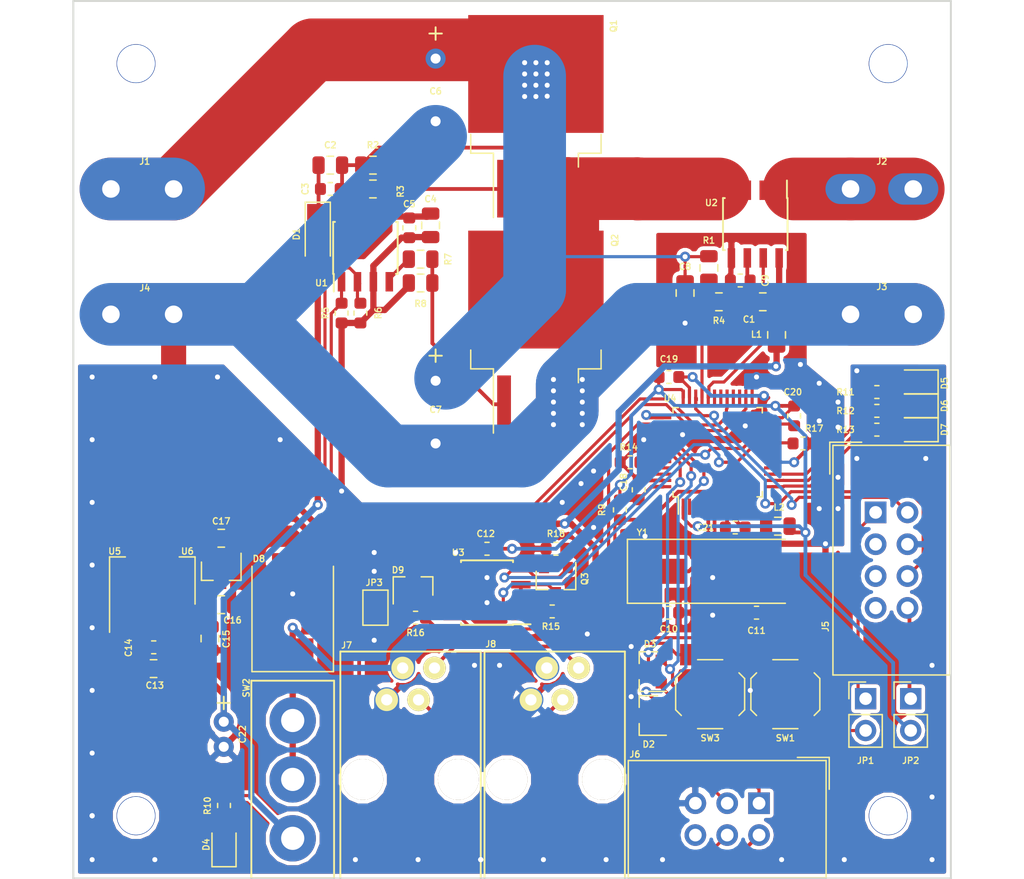
<source format=kicad_pcb>
(kicad_pcb (version 20171130) (host pcbnew 5.0.2-bee76a0~70~ubuntu18.04.1)
  (layers (0 F.Cu signal) (31 B.Cu signal) (34 B.Paste user hide) (35 F.Paste user) (36 B.SilkS user hide) (37 F.SilkS user) (38 B.Mask user) (39 F.Mask user hide) (44 Edge.Cuts user))
  (net 0 "")
  (net 1 "Net-(C6-Pad1)")
  (net 2 /ADC_VIN)
  (net 3 /VS)
  (net 4 /HG)
  (net 5 "Net-(R3-Pad2)")
  (net 6 GNDA)
  (net 7 /LG)
  (net 8 GND)
  (net 9 "Net-(R7-Pad2)")
  (net 10 "Net-(D5-Pad2)")
  (net 11 /LED1)
  (net 12 /TX)
  (net 13 "Net-(R17-Pad1)")
  (net 14 "Net-(JP3-Pad1)")
  (net 15 /B)
  (net 16 "Net-(R14-Pad1)")
  (net 17 /LED3)
  (net 18 "Net-(D7-Pad2)")
  (net 19 "Net-(D6-Pad2)")
  (net 20 /LED2)
  (net 21 "Net-(D4-Pad2)")
  (net 22 +12V)
  (net 23 /RST)
  (net 24 +3V3)
  (net 25 /LIN)
  (net 26 /HIN)
  (net 27 "Net-(Q3-Pad3)")
  (net 28 /A)
  (net 29 +5V)
  (net 30 /ENCI)
  (net 31 /ENCA)
  (net 32 /ENCB)
  (net 33 /RX)
  (net 34 "Net-(C1-Pad1)")
  (net 35 /ADC_I)
  (net 36 "Net-(C9-Pad1)")
  (net 37 /OUT)
  (net 38 "Net-(C2-Pad1)")
  (net 39 "Net-(U4-Pad2)")
  (net 40 "Net-(U4-Pad3)")
  (net 41 "Net-(U4-Pad4)")
  (net 42 "Net-(C10-Pad1)")
  (net 43 "Net-(C11-Pad1)")
  (net 44 +3.3VA)
  (net 45 "Net-(SW3-Pad1)")
  (net 46 "Net-(U4-Pad16)")
  (net 47 "Net-(U4-Pad17)")
  (net 48 "Net-(U4-Pad18)")
  (net 49 "Net-(U4-Pad19)")
  (net 50 "Net-(U4-Pad25)")
  (net 51 "Net-(U4-Pad27)")
  (net 52 "Net-(U4-Pad28)")
  (net 53 "Net-(U4-Pad30)")
  (net 54 "Net-(U4-Pad31)")
  (net 55 /SWDIO)
  (net 56 /SWCLK)
  (net 57 "Net-(U4-Pad39)")
  (net 58 "Net-(U4-Pad40)")
  (net 59 "Net-(U4-Pad45)")
  (net 60 "Net-(U4-Pad46)")
  (net 61 "Net-(D8-Pad1)")
  (net 62 "Net-(J5-Pad1)")
  (net 63 "Net-(J5-Pad8)")
  (net 64 "Net-(J5-Pad3)")
  (net 65 "Net-(J5-Pad5)")
  (net 66 "Net-(J5-Pad7)")
  (net 67 "Net-(J6-Pad6)")
  (net 68 "Net-(U4-Pad10)")
  (net 69 "Net-(U4-Pad11)")
  (net 70 "Net-(U4-Pad12)")
  (module Footprints:C_Radial_D5.0mm_H11.0mm_P2.00mm (layer F.Cu) (at 112 127.5 270)
    (fp_text reference C22 (at 1 -1.5 270) (layer F.SilkS) (effects (font (size 0.5 0.5) (thickness 0.1))))
    (fp_text value 100u)
    (pad 1 thru_hole circle (at 0 0 270) (size 1.6 1.6) (drill 0.8) (layers *.Cu *.Mask) (net 22 +12V))
    (pad 2 thru_hole circle (at 2 0 270) (size 1.6 1.6) (drill 0.8) (layers *.Cu *.Mask) (net 8 GND))
  )
  (module Crystal:Crystal_SMD_HC49-SD (layer F.Cu) (at 150.9 115.5)
    (fp_text reference Y1 (at -5.5 -3.1) (layer F.SilkS) (effects (font (size 0.5 0.5) (thickness 0.1))))
    (fp_text value 8Mhz)
    (pad 2 smd rect (at 4.25 0) (size 4.5 2) (layers F.Cu F.Paste F.Mask) (net 43 "Net-(C11-Pad1)"))
    (pad 1 smd rect (at -4.25 0) (size 4.5 2) (layers F.Cu F.Paste F.Mask) (net 42 "Net-(C10-Pad1)"))
  )
  (module Footprints:C_Radial_D12.5mm_H25.0mm_P5.00mm (layer F.Cu) (at 128.9 74.6 270)
    (fp_text reference C6 (at 2.6 0) (layer F.SilkS) (effects (font (size 0.5 0.5) (thickness 0.1))))
    (fp_text value 680u)
    (pad 2 thru_hole circle (at 5 0 270) (size 1.6 1.6) (drill 0.8) (layers *.Cu *.Mask) (net 8 GND))
    (pad 1 thru_hole circle (at 0 0 270) (size 1.6 1.6) (drill 0.8) (layers *.Cu *.Mask) (net 1 "Net-(C6-Pad1)"))
  )
  (module Footprints:C_Radial_D12.5mm_H25.0mm_P5.00mm (layer F.Cu) (at 128.9 100.3 270)
    (fp_text reference C7 (at 2.3 0) (layer F.SilkS) (effects (font (size 0.5 0.5) (thickness 0.1))))
    (fp_text value 680u)
    (pad 1 thru_hole circle (at 0 0 270) (size 1.6 1.6) (drill 0.8) (layers *.Cu *.Mask) (net 1 "Net-(C6-Pad1)"))
    (pad 2 thru_hole circle (at 5 0 270) (size 1.6 1.6) (drill 0.8) (layers *.Cu *.Mask) (net 8 GND))
  )
  (module Footprints:5MS1S102AM2QE (layer F.Cu) (at 117.5 132.1 270)
    (fp_text reference SW2 (at -7.3 3.7 270) (layer F.SilkS) (effects (font (size 0.5 0.5) (thickness 0.1))))
    (fp_text value SW_SPDT)
    (pad 3 thru_hole circle (at 4.7 0 270) (size 3.7 3.7) (drill 1.85) (layers *.Cu *.Mask) (net 22 +12V))
    (pad 2 thru_hole circle (at 0 0 270) (size 3.7 3.7) (drill 1.85) (layers *.Cu *.Mask) (net 61 "Net-(D8-Pad1)"))
    (pad 1 thru_hole circle (at -4.7 0 270) (size 3.7 3.7) (drill 1.85) (layers *.Cu *.Mask) (net 61 "Net-(D8-Pad1)"))
  )
  (module Footprints:4P4C (layer F.Cu) (at 126.9 132.1)
    (fp_text reference J7 (at -5.1 -10.7) (layer F.SilkS) (effects (font (size 0.5 0.5) (thickness 0.1))))
    (fp_text value 4P4C)
    (pad 5 thru_hole circle (at -3.81 0) (size 3.25 3.25) (drill 3.25) (layers *.Cu *.Mask F.SilkS))
    (pad 6 thru_hole circle (at 3.81 0) (size 3.25 3.25) (drill 3.25) (layers *.Cu *.Mask F.SilkS))
    (pad 1 thru_hole circle (at -1.9 -6.35) (size 1.8 1.8) (drill 0.9) (layers *.Cu *.Mask F.SilkS) (net 8 GND))
    (pad 2 thru_hole circle (at -0.63 -8.89) (size 1.8 1.8) (drill 0.9) (layers *.Cu *.Mask F.SilkS) (net 61 "Net-(D8-Pad1)"))
    (pad 4 thru_hole circle (at 1.91 -8.89) (size 1.8 1.8) (drill 0.9) (layers *.Cu *.Mask F.SilkS) (net 15 /B))
    (pad 3 thru_hole circle (at 0.64 -6.35) (size 1.8 1.8) (drill 0.9) (layers *.Cu *.Mask F.SilkS) (net 28 /A))
  )
  (module Capacitor_SMD:C_0603_1608Metric (layer F.Cu) (at 147.5 118.8)
    (fp_text reference C10 (at 0 1.3) (layer F.SilkS) (effects (font (size 0.5 0.5) (thickness 0.1))))
    (fp_text value 22p)
    (pad 2 smd roundrect (at 0.7875 0) (size 0.875 0.95) (layers F.Cu F.Paste F.Mask) (net 8 GND))
    (pad 1 smd roundrect (at -0.7875 0) (size 0.875 0.95) (layers F.Cu F.Paste F.Mask) (net 42 "Net-(C10-Pad1)"))
  )
  (module Connector_IDC:IDC-Header_2x03_P2.54mm_Vertical (layer F.Cu) (at 154.7 134 270)
    (fp_text reference J6 (at -3.9 9.9) (layer F.SilkS) (effects (font (size 0.5 0.5) (thickness 0.1))))
    (fp_text value Conn_02x03_Odd_Even)
    (pad 1 thru_hole rect (at 0 0 270) (size 1.7272 1.7272) (drill 1.016) (layers *.Cu *.Mask) (net 32 /ENCB))
    (pad 2 thru_hole oval (at 2.54 0 270) (size 1.7272 1.7272) (drill 1.016) (layers *.Cu *.Mask) (net 29 +5V))
    (pad 3 thru_hole oval (at 0 2.54 270) (size 1.7272 1.7272) (drill 1.016) (layers *.Cu *.Mask) (net 31 /ENCA))
    (pad 4 thru_hole oval (at 2.54 2.54 270) (size 1.7272 1.7272) (drill 1.016) (layers *.Cu *.Mask) (net 30 /ENCI))
    (pad 5 thru_hole oval (at 0 5.08 270) (size 1.7272 1.7272) (drill 1.016) (layers *.Cu *.Mask) (net 8 GND))
    (pad 6 thru_hole oval (at 2.54 5.08 270) (size 1.7272 1.7272) (drill 1.016) (layers *.Cu *.Mask) (net 67 "Net-(J6-Pad6)"))
  )
  (module Connector_IDC:IDC-Header_2x04_P2.54mm_Vertical (layer F.Cu) (at 164 110.8)
    (fp_text reference J5 (at -4 9.1 90) (layer F.SilkS) (effects (font (size 0.5 0.5) (thickness 0.1))))
    (fp_text value Conn_02x04_Odd_Even)
    (pad 1 thru_hole rect (at 0 0) (size 1.7272 1.7272) (drill 1.016) (layers *.Cu *.Mask) (net 62 "Net-(J5-Pad1)"))
    (pad 2 thru_hole oval (at 2.54 0) (size 1.7272 1.7272) (drill 1.016) (layers *.Cu *.Mask) (net 55 /SWDIO))
    (pad 3 thru_hole oval (at 0 2.54) (size 1.7272 1.7272) (drill 1.016) (layers *.Cu *.Mask) (net 64 "Net-(J5-Pad3)"))
    (pad 4 thru_hole oval (at 2.54 2.54) (size 1.7272 1.7272) (drill 1.016) (layers *.Cu *.Mask) (net 8 GND))
    (pad 5 thru_hole oval (at 0 5.08) (size 1.7272 1.7272) (drill 1.016) (layers *.Cu *.Mask) (net 65 "Net-(J5-Pad5)"))
    (pad 6 thru_hole oval (at 2.54 5.08) (size 1.7272 1.7272) (drill 1.016) (layers *.Cu *.Mask) (net 56 /SWCLK))
    (pad 7 thru_hole oval (at 0 7.62) (size 1.7272 1.7272) (drill 1.016) (layers *.Cu *.Mask) (net 66 "Net-(J5-Pad7)"))
    (pad 8 thru_hole oval (at 2.54 7.62) (size 1.7272 1.7272) (drill 1.016) (layers *.Cu *.Mask) (net 63 "Net-(J5-Pad8)"))
  )
  (module Resistor_SMD:R_0603_1608Metric (layer F.Cu) (at 164.1 104.2 180)
    (fp_text reference R13 (at 2.5 0 180) (layer F.SilkS) (effects (font (size 0.5 0.5) (thickness 0.1))))
    (fp_text value 1k)
    (pad 2 smd roundrect (at 0.7875 0 180) (size 0.875 0.95) (layers F.Cu F.Paste F.Mask) (net 17 /LED3))
    (pad 1 smd roundrect (at -0.7875 0 180) (size 0.875 0.95) (layers F.Cu F.Paste F.Mask) (net 18 "Net-(D7-Pad2)"))
  )
  (module Capacitor_SMD:C_0603_1608Metric (layer F.Cu) (at 152.8 112 180)
    (fp_text reference C21 (at 2.4 0 180) (layer F.SilkS) (effects (font (size 0.5 0.5) (thickness 0.1))))
    (fp_text value 100n)
    (pad 2 smd roundrect (at 0.7875 0 180) (size 0.875 0.95) (layers F.Cu F.Paste F.Mask) (net 6 GNDA))
    (pad 1 smd roundrect (at -0.7875 0 180) (size 0.875 0.95) (layers F.Cu F.Paste F.Mask) (net 44 +3.3VA))
  )
  (module Capacitor_SMD:C_0805_2012Metric (layer F.Cu) (at 155 94 180)
    (fp_text reference C1 (at 1.1 -1.4 180) (layer F.SilkS) (effects (font (size 0.5 0.5) (thickness 0.1))))
    (fp_text value 100n)
    (pad 1 smd roundrect (at -0.9375 0 180) (size 0.975 1.4) (layers F.Cu F.Paste F.Mask) (net 34 "Net-(C1-Pad1)"))
    (pad 2 smd roundrect (at 0.9375 0 180) (size 0.975 1.4) (layers F.Cu F.Paste F.Mask) (net 6 GNDA))
  )
  (module Resistor_SMD:R_0805_2012Metric (layer F.Cu) (at 123.9 83.1 180)
    (fp_text reference R2 (at 0 1.6 180) (layer F.SilkS) (effects (font (size 0.5 0.5) (thickness 0.1))))
    (fp_text value 10k)
    (pad 2 smd roundrect (at 0.9375 0 180) (size 0.975 1.4) (layers F.Cu F.Paste F.Mask) (net 3 /VS))
    (pad 1 smd roundrect (at -0.9375 0 180) (size 0.975 1.4) (layers F.Cu F.Paste F.Mask) (net 4 /HG))
  )
  (module Button_Switch_SMD:SW_SPST_TL3342 (layer F.Cu) (at 150.8 125.3 90)
    (fp_text reference SW3 (at -3.5 0 180) (layer F.SilkS) (effects (font (size 0.5 0.5) (thickness 0.1))))
    (fp_text value SW_Push)
    (pad 2 smd rect (at 3.15 1.9 90) (size 1.7 1) (layers F.Cu F.Paste F.Mask) (net 8 GND))
    (pad 2 smd rect (at -3.15 1.9 90) (size 1.7 1) (layers F.Cu F.Paste F.Mask) (net 8 GND))
    (pad 1 smd rect (at 3.15 -1.9 90) (size 1.7 1) (layers F.Cu F.Paste F.Mask) (net 45 "Net-(SW3-Pad1)"))
    (pad 1 smd rect (at -3.15 -1.9 90) (size 1.7 1) (layers F.Cu F.Paste F.Mask) (net 45 "Net-(SW3-Pad1)"))
  )
  (module Button_Switch_SMD:SW_SPST_TL3342 (layer F.Cu) (at 156.8 125.3 90)
    (fp_text reference SW1 (at -3.5 0 180) (layer F.SilkS) (effects (font (size 0.5 0.5) (thickness 0.1))))
    (fp_text value SW_Push)
    (pad 1 smd rect (at -3.15 -1.9 90) (size 1.7 1) (layers F.Cu F.Paste F.Mask) (net 8 GND))
    (pad 1 smd rect (at 3.15 -1.9 90) (size 1.7 1) (layers F.Cu F.Paste F.Mask) (net 8 GND))
    (pad 2 smd rect (at -3.15 1.9 90) (size 1.7 1) (layers F.Cu F.Paste F.Mask) (net 23 /RST))
    (pad 2 smd rect (at 3.15 1.9 90) (size 1.7 1) (layers F.Cu F.Paste F.Mask) (net 23 /RST))
  )
  (module Capacitor_SMD:C_0603_1608Metric (layer F.Cu) (at 126.8 88.1 270)
    (fp_text reference C5 (at -1.9 0) (layer F.SilkS) (effects (font (size 0.5 0.5) (thickness 0.1))))
    (fp_text value 100n)
    (pad 2 smd roundrect (at 0.7875 0 270) (size 0.875 0.95) (layers F.Cu F.Paste F.Mask) (net 8 GND))
    (pad 1 smd roundrect (at -0.7875 0 270) (size 0.875 0.95) (layers F.Cu F.Paste F.Mask) (net 22 +12V))
  )
  (module Capacitor_SMD:C_0603_1608Metric (layer F.Cu) (at 120.5 85)
    (fp_text reference C3 (at -2 0 90) (layer F.SilkS) (effects (font (size 0.5 0.5) (thickness 0.1))))
    (fp_text value 100n)
    (pad 1 smd roundrect (at -0.7875 0) (size 0.875 0.95) (layers F.Cu F.Paste F.Mask) (net 38 "Net-(C2-Pad1)"))
    (pad 2 smd roundrect (at 0.7875 0) (size 0.875 0.95) (layers F.Cu F.Paste F.Mask) (net 3 /VS))
  )
  (module Capacitor_SMD:C_0603_1608Metric (layer F.Cu) (at 153.2 92.3 180)
    (fp_text reference C9 (at -2 0 270) (layer F.SilkS) (effects (font (size 0.5 0.5) (thickness 0.1))))
    (fp_text value 1n)
    (pad 1 smd roundrect (at -0.7875 0 180) (size 0.875 0.95) (layers F.Cu F.Paste F.Mask) (net 36 "Net-(C9-Pad1)"))
    (pad 2 smd roundrect (at 0.7875 0 180) (size 0.875 0.95) (layers F.Cu F.Paste F.Mask) (net 6 GNDA))
  )
  (module Capacitor_SMD:C_0603_1608Metric (layer F.Cu) (at 133 113.7 180)
    (fp_text reference C12 (at 0.1 1.2 180) (layer F.SilkS) (effects (font (size 0.5 0.5) (thickness 0.1))))
    (fp_text value 100n)
    (pad 1 smd roundrect (at -0.7875 0 180) (size 0.875 0.95) (layers F.Cu F.Paste F.Mask) (net 24 +3V3))
    (pad 2 smd roundrect (at 0.7875 0 180) (size 0.875 0.95) (layers F.Cu F.Paste F.Mask) (net 8 GND))
  )
  (module Capacitor_SMD:C_0603_1608Metric (layer F.Cu) (at 106.4125 121.5625 180)
    (fp_text reference C14 (at 2.0125 -0.0375 270) (layer F.SilkS) (effects (font (size 0.5 0.5) (thickness 0.1))))
    (fp_text value 100n)
    (pad 2 smd roundrect (at 0.7875 0 180) (size 0.875 0.95) (layers F.Cu F.Paste F.Mask) (net 8 GND))
    (pad 1 smd roundrect (at -0.7875 0 180) (size 0.875 0.95) (layers F.Cu F.Paste F.Mask) (net 22 +12V))
  )
  (module Capacitor_SMD:C_0603_1608Metric (layer F.Cu) (at 145.1 109 90)
    (fp_text reference C18 (at 0.6 -1.2 270) (layer F.SilkS) (effects (font (size 0.5 0.5) (thickness 0.1))))
    (fp_text value 100n)
    (pad 1 smd roundrect (at -0.7875 0 90) (size 0.875 0.95) (layers F.Cu F.Paste F.Mask) (net 24 +3V3))
    (pad 2 smd roundrect (at 0.7875 0 90) (size 0.875 0.95) (layers F.Cu F.Paste F.Mask) (net 8 GND))
  )
  (module Capacitor_SMD:C_0603_1608Metric (layer F.Cu) (at 147.5125 100)
    (fp_text reference C19 (at 0 -1.43) (layer F.SilkS) (effects (font (size 0.5 0.5) (thickness 0.1))))
    (fp_text value 100n)
    (pad 2 smd roundrect (at 0.7875 0) (size 0.875 0.95) (layers F.Cu F.Paste F.Mask) (net 8 GND))
    (pad 1 smd roundrect (at -0.7875 0) (size 0.875 0.95) (layers F.Cu F.Paste F.Mask) (net 24 +3V3))
  )
  (module Capacitor_SMD:C_0603_1608Metric (layer F.Cu) (at 157.5 103.1 270)
    (fp_text reference C20 (at -1.9 0.1) (layer F.SilkS) (effects (font (size 0.5 0.5) (thickness 0.1))))
    (fp_text value 100n)
    (pad 1 smd roundrect (at -0.7875 0 270) (size 0.875 0.95) (layers F.Cu F.Paste F.Mask) (net 24 +3V3))
    (pad 2 smd roundrect (at 0.7875 0 270) (size 0.875 0.95) (layers F.Cu F.Paste F.Mask) (net 8 GND))
  )
  (module Capacitor_SMD:C_0603_1608Metric (layer F.Cu) (at 154.5 118.8 180)
    (fp_text reference C11 (at 0 -1.43 180) (layer F.SilkS) (effects (font (size 0.5 0.5) (thickness 0.1))))
    (fp_text value 22p)
    (pad 1 smd roundrect (at -0.7875 0 180) (size 0.875 0.95) (layers F.Cu F.Paste F.Mask) (net 43 "Net-(C11-Pad1)"))
    (pad 2 smd roundrect (at 0.7875 0 180) (size 0.875 0.95) (layers F.Cu F.Paste F.Mask) (net 8 GND))
  )
  (module Capacitor_SMD:C_0805_2012Metric (layer F.Cu) (at 110.9 120.8625 270)
    (fp_text reference C15 (at 0.0375 -1.3 270) (layer F.SilkS) (effects (font (size 0.5 0.5) (thickness 0.1))))
    (fp_text value 10u)
    (pad 1 smd roundrect (at -0.9375 0 270) (size 0.975 1.4) (layers F.Cu F.Paste F.Mask) (net 29 +5V))
    (pad 2 smd roundrect (at 0.9375 0 270) (size 0.975 1.4) (layers F.Cu F.Paste F.Mask) (net 8 GND))
  )
  (module Capacitor_SMD:C_0805_2012Metric (layer F.Cu) (at 148.8 93.3 270)
    (fp_text reference C8 (at -2.1 0) (layer F.SilkS) (effects (font (size 0.5 0.5) (thickness 0.1))))
    (fp_text value 100n)
    (pad 2 smd roundrect (at 0.9375 0 270) (size 0.975 1.4) (layers F.Cu F.Paste F.Mask) (net 8 GND))
    (pad 1 smd roundrect (at -0.9375 0 270) (size 0.975 1.4) (layers F.Cu F.Paste F.Mask) (net 1 "Net-(C6-Pad1)"))
  )
  (module Capacitor_SMD:C_0805_2012Metric (layer F.Cu) (at 106.4 123.2625 180)
    (fp_text reference C13 (at -0.1 -1.3375 180) (layer F.SilkS) (effects (font (size 0.5 0.5) (thickness 0.1))))
    (fp_text value 10u)
    (pad 1 smd roundrect (at -0.9375 0 180) (size 0.975 1.4) (layers F.Cu F.Paste F.Mask) (net 22 +12V))
    (pad 2 smd roundrect (at 0.9375 0 180) (size 0.975 1.4) (layers F.Cu F.Paste F.Mask) (net 8 GND))
  )
  (module Capacitor_SMD:C_0805_2012Metric (layer F.Cu) (at 111.8 118.1625)
    (fp_text reference C16 (at 0.9 1.2375) (layer F.SilkS) (effects (font (size 0.5 0.5) (thickness 0.1))))
    (fp_text value 1u)
    (pad 2 smd roundrect (at 0.9375 0) (size 0.975 1.4) (layers F.Cu F.Paste F.Mask) (net 8 GND))
    (pad 1 smd roundrect (at -0.9375 0) (size 0.975 1.4) (layers F.Cu F.Paste F.Mask) (net 29 +5V))
  )
  (module Capacitor_SMD:C_0805_2012Metric (layer F.Cu) (at 111.8 112.8625)
    (fp_text reference C17 (at 0 -1.3625) (layer F.SilkS) (effects (font (size 0.5 0.5) (thickness 0.1))))
    (fp_text value 1u)
    (pad 1 smd roundrect (at -0.9375 0) (size 0.975 1.4) (layers F.Cu F.Paste F.Mask) (net 24 +3V3))
    (pad 2 smd roundrect (at 0.9375 0) (size 0.975 1.4) (layers F.Cu F.Paste F.Mask) (net 8 GND))
  )
  (module Capacitor_SMD:C_0805_2012Metric (layer F.Cu) (at 128.5 87.9 270)
    (fp_text reference C4 (at -2.1 0) (layer F.SilkS) (effects (font (size 0.5 0.5) (thickness 0.1))))
    (fp_text value 10u)
    (pad 2 smd roundrect (at 0.9375 0 270) (size 0.975 1.4) (layers F.Cu F.Paste F.Mask) (net 8 GND))
    (pad 1 smd roundrect (at -0.9375 0 270) (size 0.975 1.4) (layers F.Cu F.Paste F.Mask) (net 22 +12V))
  )
  (module Capacitor_SMD:C_0805_2012Metric (layer F.Cu) (at 120.5 83.1)
    (fp_text reference C2 (at 0 -1.6) (layer F.SilkS) (effects (font (size 0.5 0.5) (thickness 0.1))))
    (fp_text value 10u)
    (pad 1 smd roundrect (at -0.9375 0) (size 0.975 1.4) (layers F.Cu F.Paste F.Mask) (net 38 "Net-(C2-Pad1)"))
    (pad 2 smd roundrect (at 0.9375 0) (size 0.975 1.4) (layers F.Cu F.Paste F.Mask) (net 3 /VS))
  )
  (module Connector_PinHeader_2.54mm:PinHeader_1x02_P2.54mm_Vertical (layer F.Cu) (at 166.8 125.66)
    (fp_text reference JP2 (at 0 4.94) (layer F.SilkS) (effects (font (size 0.5 0.5) (thickness 0.1))))
    (fp_text value Jumper_NO_Small)
    (pad 2 thru_hole oval (at 0 2.54) (size 1.7 1.7) (drill 1) (layers *.Cu *.Mask) (net 24 +3V3))
    (pad 1 thru_hole rect (at 0 0) (size 1.7 1.7) (drill 1) (layers *.Cu *.Mask) (net 63 "Net-(J5-Pad8)"))
  )
  (module Connector_PinHeader_2.54mm:PinHeader_1x02_P2.54mm_Vertical (layer F.Cu) (at 163.2 125.66)
    (fp_text reference JP1 (at 0 4.94) (layer F.SilkS) (effects (font (size 0.5 0.5) (thickness 0.1))))
    (fp_text value Jumper_NO_Small)
    (pad 1 thru_hole rect (at 0 0) (size 1.7 1.7) (drill 1) (layers *.Cu *.Mask) (net 62 "Net-(J5-Pad1)"))
    (pad 2 thru_hole oval (at 0 2.54) (size 1.7 1.7) (drill 1) (layers *.Cu *.Mask) (net 23 /RST))
  )
  (module Diode_SMD:D_MiniMELF (layer F.Cu) (at 119.5 88.6 270)
    (fp_text reference D1 (at 0 1.7 270) (layer F.SilkS) (effects (font (size 0.5 0.5) (thickness 0.1))))
    (fp_text value D_ALT)
    (pad 1 smd rect (at -1.75 0 270) (size 1.3 1.7) (layers F.Cu F.Paste F.Mask) (net 38 "Net-(C2-Pad1)"))
    (pad 2 smd rect (at 1.75 0 270) (size 1.3 1.7) (layers F.Cu F.Paste F.Mask) (net 22 +12V))
  )
  (module Diode_SMD:D_SMC (layer F.Cu) (at 117.5 118.7 90)
    (fp_text reference D8 (at 4.2 -2.7) (layer F.SilkS) (effects (font (size 0.5 0.5) (thickness 0.1))))
    (fp_text value D_TVS_ALT)
    (pad 1 smd rect (at -3.4 0 180) (size 3.3 2.5) (layers F.Cu F.Paste F.Mask) (net 61 "Net-(D8-Pad1)"))
    (pad 2 smd rect (at 3.4 0 180) (size 3.3 2.5) (layers F.Cu F.Paste F.Mask) (net 8 GND))
  )
  (module Footprints:4P4C (layer F.Cu) (at 138.4 132.1)
    (fp_text reference J8 (at -5.1 -10.8) (layer F.SilkS) (effects (font (size 0.5 0.5) (thickness 0.1))))
    (fp_text value 4P4C)
    (pad 3 thru_hole circle (at 0.64 -6.35) (size 1.8 1.8) (drill 0.9) (layers *.Cu *.Mask F.SilkS) (net 28 /A))
    (pad 4 thru_hole circle (at 1.91 -8.89) (size 1.8 1.8) (drill 0.9) (layers *.Cu *.Mask F.SilkS) (net 15 /B))
    (pad 2 thru_hole circle (at -0.63 -8.89) (size 1.8 1.8) (drill 0.9) (layers *.Cu *.Mask F.SilkS) (net 61 "Net-(D8-Pad1)"))
    (pad 1 thru_hole circle (at -1.9 -6.35) (size 1.8 1.8) (drill 0.9) (layers *.Cu *.Mask F.SilkS) (net 8 GND))
    (pad 6 thru_hole circle (at 3.81 0) (size 3.25 3.25) (drill 3.25) (layers *.Cu *.Mask F.SilkS))
    (pad 5 thru_hole circle (at -3.81 0) (size 3.25 3.25) (drill 3.25) (layers *.Cu *.Mask F.SilkS))
  )
  (module Footprints:FlatConnector_63 (layer F.Cu) (at 167 85 270)
    (fp_text reference J2 (at -2.2 2.5 180) (layer F.SilkS) (effects (font (size 0.5 0.5) (thickness 0.1))))
    (fp_text value Conn_01x01)
    (pad 1 thru_hole oval (at 0 5 270) (size 2.4 4) (drill 1.4) (layers *.Cu *.Mask) (net 37 /OUT))
    (pad 1 thru_hole oval (at 0 0 270) (size 2.5 4) (drill 1.4) (layers *.Cu *.Mask) (net 37 /OUT))
  )
  (module Footprints:FlatConnector_63 (layer F.Cu) (at 167 95 270)
    (fp_text reference J3 (at -2.2 2.5 180) (layer F.SilkS) (effects (font (size 0.5 0.5) (thickness 0.1))))
    (fp_text value Conn_01x01)
    (pad 1 thru_hole oval (at 0 0 270) (size 2.5 4) (drill 1.4) (layers *.Cu *.Mask) (net 8 GND))
    (pad 1 thru_hole oval (at 0 5 270) (size 2.4 4) (drill 1.4) (layers *.Cu *.Mask) (net 8 GND))
  )
  (module Footprints:FlatConnector_63 (layer F.Cu) (at 103 85 90)
    (fp_text reference J1 (at 2.2 2.7) (layer F.SilkS) (effects (font (size 0.5 0.5) (thickness 0.1))))
    (fp_text value Conn_01x01)
    (pad 1 thru_hole oval (at 0 5 90) (size 2.4 4) (drill 1.4) (layers *.Cu *.Mask) (net 1 "Net-(C6-Pad1)"))
    (pad 1 thru_hole oval (at 0 0 90) (size 2.5 4) (drill 1.4) (layers *.Cu *.Mask) (net 1 "Net-(C6-Pad1)"))
  )
  (module Footprints:FlatConnector_63 (layer F.Cu) (at 103 95 90)
    (fp_text reference J4 (at 2.1 2.7) (layer F.SilkS) (effects (font (size 0.5 0.5) (thickness 0.1))))
    (fp_text value Conn_01x01)
    (pad 1 thru_hole oval (at 0 0 90) (size 2.5 4) (drill 1.4) (layers *.Cu *.Mask) (net 8 GND))
    (pad 1 thru_hole oval (at 0 5 90) (size 2.4 4) (drill 1.4) (layers *.Cu *.Mask) (net 8 GND))
  )
  (module Inductor_SMD:L_0805_2012Metric (layer F.Cu) (at 156.2 111.9 180)
    (fp_text reference L2 (at -0.1 1.5 180) (layer F.SilkS) (effects (font (size 0.5 0.5) (thickness 0.1))))
    (fp_text value 10u)
    (pad 2 smd roundrect (at 0.9375 0 180) (size 0.975 1.4) (layers F.Cu F.Paste F.Mask) (net 44 +3.3VA))
    (pad 1 smd roundrect (at -0.9375 0 180) (size 0.975 1.4) (layers F.Cu F.Paste F.Mask) (net 24 +3V3))
  )
  (module Inductor_SMD:L_0805_2012Metric (layer F.Cu) (at 156.1 96.6375 90)
    (fp_text reference L1 (at 0.0375 -1.6 180) (layer F.SilkS) (effects (font (size 0.5 0.5) (thickness 0.1))))
    (fp_text value 10u)
    (pad 1 smd roundrect (at -0.9375 0 90) (size 0.975 1.4) (layers F.Cu F.Paste F.Mask) (net 29 +5V))
    (pad 2 smd roundrect (at 0.9375 0 90) (size 0.975 1.4) (layers F.Cu F.Paste F.Mask) (net 34 "Net-(C1-Pad1)"))
  )
  (module Jumper:SolderJumper-2_P1.3mm_Open_TrianglePad1.0x1.5mm (layer F.Cu) (at 124.1 118.4 90)
    (fp_text reference JP3 (at 2 -0.1 180) (layer F.SilkS) (effects (font (size 0.5 0.5) (thickness 0.1))))
    (fp_text value Jumper_NO_Small)
    (pad 2 smd custom (at 0.725 0 90) (size 0.3 0.3) (layers F.Cu F.Mask) (net 28 /A) (options (clearance outline) (anchor rect)) (primitives (gr_poly (pts (xy -0.65 -0.75) (xy 0.5 -0.75) (xy 0.5 0.75) (xy -0.65 0.75) (xy -0.15 0)) (width 0))))
    (pad 1 smd custom (at -0.725 0 90) (size 0.3 0.3) (layers F.Cu F.Mask) (net 14 "Net-(JP3-Pad1)") (options (clearance outline) (anchor rect)) (primitives (gr_poly (pts (xy -0.5 -0.75) (xy 0.5 -0.75) (xy 1 0) (xy 0.5 0.75) (xy -0.5 0.75)) (width 0))))
  )
  (module LED_SMD:LED_0805_2012Metric (layer F.Cu) (at 167.3 100.4 180)
    (fp_text reference D5 (at -2.2 -0.1 270) (layer F.SilkS) (effects (font (size 0.5 0.5) (thickness 0.1))))
    (fp_text value GREEN)
    (pad 2 smd roundrect (at 0.9375 0 180) (size 0.975 1.4) (layers F.Cu F.Paste F.Mask) (net 10 "Net-(D5-Pad2)"))
    (pad 1 smd roundrect (at -0.9375 0 180) (size 0.975 1.4) (layers F.Cu F.Paste F.Mask) (net 8 GND))
  )
  (module LED_SMD:LED_0805_2012Metric (layer F.Cu) (at 167.3 102.3 180)
    (fp_text reference D6 (at -2.2 0 270) (layer F.SilkS) (effects (font (size 0.5 0.5) (thickness 0.1))))
    (fp_text value GREEN)
    (pad 1 smd roundrect (at -0.9375 0 180) (size 0.975 1.4) (layers F.Cu F.Paste F.Mask) (net 8 GND))
    (pad 2 smd roundrect (at 0.9375 0 180) (size 0.975 1.4) (layers F.Cu F.Paste F.Mask) (net 19 "Net-(D6-Pad2)"))
  )
  (module LED_SMD:LED_0805_2012Metric (layer F.Cu) (at 167.3 104.2 180)
    (fp_text reference D7 (at -2.2 0 270) (layer F.SilkS) (effects (font (size 0.5 0.5) (thickness 0.1))))
    (fp_text value GREEN)
    (pad 2 smd roundrect (at 0.9375 0 180) (size 0.975 1.4) (layers F.Cu F.Paste F.Mask) (net 18 "Net-(D7-Pad2)"))
    (pad 1 smd roundrect (at -0.9375 0 180) (size 0.975 1.4) (layers F.Cu F.Paste F.Mask) (net 8 GND))
  )
  (module LED_SMD:LED_0805_2012Metric (layer F.Cu) (at 112.02 137.38 90)
    (fp_text reference D4 (at 0.08 -1.42 90) (layer F.SilkS) (effects (font (size 0.5 0.5) (thickness 0.1))))
    (fp_text value GREEN)
    (pad 1 smd roundrect (at -0.9375 0 90) (size 0.975 1.4) (layers F.Cu F.Paste F.Mask) (net 8 GND))
    (pad 2 smd roundrect (at 0.9375 0 90) (size 0.975 1.4) (layers F.Cu F.Paste F.Mask) (net 21 "Net-(D4-Pad2)"))
  )
  (module NetTie:NetTie-2_SMD_Pad0.5mm (layer F.Cu) (at 160 114.5 90)
    (fp_text reference NT1 hide)
    (fp_text value Net-Tie_2)
    (fp_poly (pts (xy -0.5 -0.25) (xy 0.5 -0.25) (xy 0.5 0.25) (xy -0.5 0.25)) (layer F.Cu) (width 0))
    (pad 1 smd circle (at -0.5 0 90) (size 0.5 0.5) (layers F.Cu) (net 8 GND))
    (pad 2 smd circle (at 0.5 0 90) (size 0.5 0.5) (layers F.Cu) (net 6 GNDA))
  )
  (module Package_QFP:LQFP-48_7x7mm_P0.5mm (layer F.Cu) (at 151.4 106 90)
    (fp_text reference U4 (at 4.3 -3.8 180) (layer F.SilkS) (effects (font (size 0.5 0.5) (thickness 0.1))))
    (fp_text value STM32F103C8Tx)
    (pad 1 smd rect (at -4.35 -2.75 90) (size 1.3 0.25) (layers F.Cu F.Paste F.Mask) (net 24 +3V3))
    (pad 2 smd rect (at -4.35 -2.25 90) (size 1.3 0.25) (layers F.Cu F.Paste F.Mask) (net 39 "Net-(U4-Pad2)"))
    (pad 3 smd rect (at -4.35 -1.75 90) (size 1.3 0.25) (layers F.Cu F.Paste F.Mask) (net 40 "Net-(U4-Pad3)"))
    (pad 4 smd rect (at -4.35 -1.25 90) (size 1.3 0.25) (layers F.Cu F.Paste F.Mask) (net 41 "Net-(U4-Pad4)"))
    (pad 5 smd rect (at -4.35 -0.75 90) (size 1.3 0.25) (layers F.Cu F.Paste F.Mask) (net 42 "Net-(C10-Pad1)"))
    (pad 6 smd rect (at -4.35 -0.25 90) (size 1.3 0.25) (layers F.Cu F.Paste F.Mask) (net 43 "Net-(C11-Pad1)"))
    (pad 7 smd rect (at -4.35 0.25 90) (size 1.3 0.25) (layers F.Cu F.Paste F.Mask) (net 23 /RST))
    (pad 8 smd rect (at -4.35 0.75 90) (size 1.3 0.25) (layers F.Cu F.Paste F.Mask) (net 6 GNDA))
    (pad 9 smd rect (at -4.35 1.25 90) (size 1.3 0.25) (layers F.Cu F.Paste F.Mask) (net 44 +3.3VA))
    (pad 10 smd rect (at -4.35 1.75 90) (size 1.3 0.25) (layers F.Cu F.Paste F.Mask) (net 68 "Net-(U4-Pad10)"))
    (pad 11 smd rect (at -4.35 2.25 90) (size 1.3 0.25) (layers F.Cu F.Paste F.Mask) (net 69 "Net-(U4-Pad11)"))
    (pad 12 smd rect (at -4.35 2.75 90) (size 1.3 0.25) (layers F.Cu F.Paste F.Mask) (net 70 "Net-(U4-Pad12)"))
    (pad 13 smd rect (at -2.75 4.35 180) (size 1.3 0.25) (layers F.Cu F.Paste F.Mask) (net 17 /LED3))
    (pad 14 smd rect (at -2.25 4.35 180) (size 1.3 0.25) (layers F.Cu F.Paste F.Mask) (net 20 /LED2))
    (pad 15 smd rect (at -1.75 4.35 180) (size 1.3 0.25) (layers F.Cu F.Paste F.Mask) (net 11 /LED1))
    (pad 16 smd rect (at -1.25 4.35 180) (size 1.3 0.25) (layers F.Cu F.Paste F.Mask) (net 46 "Net-(U4-Pad16)"))
    (pad 17 smd rect (at -0.75 4.35 180) (size 1.3 0.25) (layers F.Cu F.Paste F.Mask) (net 47 "Net-(U4-Pad17)"))
    (pad 18 smd rect (at -0.25 4.35 180) (size 1.3 0.25) (layers F.Cu F.Paste F.Mask) (net 48 "Net-(U4-Pad18)"))
    (pad 19 smd rect (at 0.25 4.35 180) (size 1.3 0.25) (layers F.Cu F.Paste F.Mask) (net 49 "Net-(U4-Pad19)"))
    (pad 20 smd rect (at 0.75 4.35 180) (size 1.3 0.25) (layers F.Cu F.Paste F.Mask) (net 13 "Net-(R17-Pad1)"))
    (pad 21 smd rect (at 1.25 4.35 180) (size 1.3 0.25) (layers F.Cu F.Paste F.Mask) (net 12 /TX))
    (pad 22 smd rect (at 1.75 4.35 180) (size 1.3 0.25) (layers F.Cu F.Paste F.Mask) (net 33 /RX))
    (pad 23 smd rect (at 2.25 4.35 180) (size 1.3 0.25) (layers F.Cu F.Paste F.Mask) (net 8 GND))
    (pad 24 smd rect (at 2.75 4.35 180) (size 1.3 0.25) (layers F.Cu F.Paste F.Mask) (net 24 +3V3))
    (pad 25 smd rect (at 4.35 2.75 90) (size 1.3 0.25) (layers F.Cu F.Paste F.Mask) (net 50 "Net-(U4-Pad25)"))
    (pad 26 smd rect (at 4.35 2.25 90) (size 1.3 0.25) (layers F.Cu F.Paste F.Mask) (net 25 /LIN))
    (pad 27 smd rect (at 4.35 1.75 90) (size 1.3 0.25) (layers F.Cu F.Paste F.Mask) (net 51 "Net-(U4-Pad27)"))
    (pad 28 smd rect (at 4.35 1.25 90) (size 1.3 0.25) (layers F.Cu F.Paste F.Mask) (net 52 "Net-(U4-Pad28)"))
    (pad 29 smd rect (at 4.35 0.75 90) (size 1.3 0.25) (layers F.Cu F.Paste F.Mask) (net 26 /HIN))
    (pad 30 smd rect (at 4.35 0.25 90) (size 1.3 0.25) (layers F.Cu F.Paste F.Mask) (net 53 "Net-(U4-Pad30)"))
    (pad 31 smd rect (at 4.35 -0.25 90) (size 1.3 0.25) (layers F.Cu F.Paste F.Mask) (net 54 "Net-(U4-Pad31)"))
    (pad 32 smd rect (at 4.35 -0.75 90) (size 1.3 0.25) (layers F.Cu F.Paste F.Mask) (net 35 /ADC_I))
    (pad 33 smd rect (at 4.35 -1.25 90) (size 1.3 0.25) (layers F.Cu F.Paste F.Mask) (net 2 /ADC_VIN))
    (pad 34 smd rect (at 4.35 -1.75 90) (size 1.3 0.25) (layers F.Cu F.Paste F.Mask) (net 55 /SWDIO))
    (pad 35 smd rect (at 4.35 -2.25 90) (size 1.3 0.25) (layers F.Cu F.Paste F.Mask) (net 8 GND))
    (pad 36 smd rect (at 4.35 -2.75 90) (size 1.3 0.25) (layers F.Cu F.Paste F.Mask) (net 24 +3V3))
    (pad 37 smd rect (at 2.75 -4.35 180) (size 1.3 0.25) (layers F.Cu F.Paste F.Mask) (net 56 /SWCLK))
    (pad 38 smd rect (at 2.25 -4.35 180) (size 1.3 0.25) (layers F.Cu F.Paste F.Mask) (net 45 "Net-(SW3-Pad1)"))
    (pad 39 smd rect (at 1.75 -4.35 180) (size 1.3 0.25) (layers F.Cu F.Paste F.Mask) (net 57 "Net-(U4-Pad39)"))
    (pad 40 smd rect (at 1.25 -4.35 180) (size 1.3 0.25) (layers F.Cu F.Paste F.Mask) (net 58 "Net-(U4-Pad40)"))
    (pad 41 smd rect (at 0.75 -4.35 180) (size 1.3 0.25) (layers F.Cu F.Paste F.Mask) (net 30 /ENCI))
    (pad 42 smd rect (at 0.25 -4.35 180) (size 1.3 0.25) (layers F.Cu F.Paste F.Mask) (net 32 /ENCB))
    (pad 43 smd rect (at -0.25 -4.35 180) (size 1.3 0.25) (layers F.Cu F.Paste F.Mask) (net 31 /ENCA))
    (pad 44 smd rect (at -0.75 -4.35 180) (size 1.3 0.25) (layers F.Cu F.Paste F.Mask) (net 16 "Net-(R14-Pad1)"))
    (pad 45 smd rect (at -1.25 -4.35 180) (size 1.3 0.25) (layers F.Cu F.Paste F.Mask) (net 59 "Net-(U4-Pad45)"))
    (pad 46 smd rect (at -1.75 -4.35 180) (size 1.3 0.25) (layers F.Cu F.Paste F.Mask) (net 60 "Net-(U4-Pad46)"))
    (pad 47 smd rect (at -2.25 -4.35 180) (size 1.3 0.25) (layers F.Cu F.Paste F.Mask) (net 8 GND))
    (pad 48 smd rect (at -2.75 -4.35 180) (size 1.3 0.25) (layers F.Cu F.Paste F.Mask) (net 24 +3V3))
  )
  (module Package_SO:SOIC-8_3.9x4.9mm_P1.27mm (layer F.Cu) (at 123.3 89.7 90)
    (fp_text reference U1 (at -2.8 -3.5 180) (layer F.SilkS) (effects (font (size 0.5 0.5) (thickness 0.1))))
    (fp_text value FAN7190)
    (pad 1 smd rect (at -2.7 -1.905 90) (size 1.55 0.6) (layers F.Cu F.Paste F.Mask) (net 26 /HIN))
    (pad 2 smd rect (at -2.7 -0.635 90) (size 1.55 0.6) (layers F.Cu F.Paste F.Mask) (net 25 /LIN))
    (pad 3 smd rect (at -2.7 0.635 90) (size 1.55 0.6) (layers F.Cu F.Paste F.Mask) (net 8 GND))
    (pad 4 smd rect (at -2.7 1.905 90) (size 1.55 0.6) (layers F.Cu F.Paste F.Mask) (net 9 "Net-(R7-Pad2)"))
    (pad 5 smd rect (at 2.7 1.905 90) (size 1.55 0.6) (layers F.Cu F.Paste F.Mask) (net 22 +12V))
    (pad 6 smd rect (at 2.7 0.635 90) (size 1.55 0.6) (layers F.Cu F.Paste F.Mask) (net 3 /VS))
    (pad 7 smd rect (at 2.7 -0.635 90) (size 1.55 0.6) (layers F.Cu F.Paste F.Mask) (net 5 "Net-(R3-Pad2)"))
    (pad 8 smd rect (at 2.7 -1.905 90) (size 1.55 0.6) (layers F.Cu F.Paste F.Mask) (net 38 "Net-(C2-Pad1)"))
  )
  (module Package_SO:SOIC-8_3.9x4.9mm_P1.27mm (layer F.Cu) (at 154.4 87.8 270)
    (fp_text reference U2 (at -1.7 3.5) (layer F.SilkS) (effects (font (size 0.5 0.5) (thickness 0.1))))
    (fp_text value ACS712xLCTR-20A)
    (pad 8 smd rect (at 2.7 -1.905 270) (size 1.55 0.6) (layers F.Cu F.Paste F.Mask) (net 34 "Net-(C1-Pad1)"))
    (pad 7 smd rect (at 2.7 -0.635 270) (size 1.55 0.6) (layers F.Cu F.Paste F.Mask) (net 35 /ADC_I))
    (pad 6 smd rect (at 2.7 0.635 270) (size 1.55 0.6) (layers F.Cu F.Paste F.Mask) (net 36 "Net-(C9-Pad1)"))
    (pad 5 smd rect (at 2.7 1.905 270) (size 1.55 0.6) (layers F.Cu F.Paste F.Mask) (net 6 GNDA))
    (pad 4 smd rect (at -2.7 1.905 270) (size 1.55 0.6) (layers F.Cu F.Paste F.Mask) (net 3 /VS))
    (pad 3 smd rect (at -2.7 0.635 270) (size 1.55 0.6) (layers F.Cu F.Paste F.Mask) (net 3 /VS))
    (pad 2 smd rect (at -2.7 -0.635 270) (size 1.55 0.6) (layers F.Cu F.Paste F.Mask) (net 37 /OUT))
    (pad 1 smd rect (at -2.7 -1.905 270) (size 1.55 0.6) (layers F.Cu F.Paste F.Mask) (net 37 /OUT))
  )
  (module Package_SO:SOIC-8_3.9x4.9mm_P1.27mm (layer F.Cu) (at 133 117.2 180)
    (fp_text reference U3 (at 2.3 3.2 180) (layer F.SilkS) (effects (font (size 0.5 0.5) (thickness 0.1))))
    (fp_text value MAX485E)
    (pad 1 smd rect (at -2.7 -1.905 180) (size 1.55 0.6) (layers F.Cu F.Paste F.Mask) (net 33 /RX))
    (pad 2 smd rect (at -2.7 -0.635 180) (size 1.55 0.6) (layers F.Cu F.Paste F.Mask) (net 27 "Net-(Q3-Pad3)"))
    (pad 3 smd rect (at -2.7 0.635 180) (size 1.55 0.6) (layers F.Cu F.Paste F.Mask) (net 27 "Net-(Q3-Pad3)"))
    (pad 4 smd rect (at -2.7 1.905 180) (size 1.55 0.6) (layers F.Cu F.Paste F.Mask) (net 12 /TX))
    (pad 5 smd rect (at 2.7 1.905 180) (size 1.55 0.6) (layers F.Cu F.Paste F.Mask) (net 8 GND))
    (pad 6 smd rect (at 2.7 0.635 180) (size 1.55 0.6) (layers F.Cu F.Paste F.Mask) (net 28 /A))
    (pad 7 smd rect (at 2.7 -0.635 180) (size 1.55 0.6) (layers F.Cu F.Paste F.Mask) (net 15 /B))
    (pad 8 smd rect (at 2.7 -1.905 180) (size 1.55 0.6) (layers F.Cu F.Paste F.Mask) (net 24 +3V3))
  )
  (module Package_TO_SOT_SMD:SOT-223-3_TabPin2 (layer F.Cu) (at 106.3 116.2625 90)
    (fp_text reference U5 (at 2.3625 -3 180) (layer F.SilkS) (effects (font (size 0.5 0.5) (thickness 0.1))))
    (fp_text value LD1117S50TR_SOT223)
    (pad 2 smd rect (at 3.15 0 90) (size 2 3.8) (layers F.Cu F.Paste F.Mask) (net 29 +5V))
    (pad 2 smd rect (at -3.15 0 90) (size 2 1.5) (layers F.Cu F.Paste F.Mask) (net 29 +5V))
    (pad 3 smd rect (at -3.15 2.3 90) (size 2 1.5) (layers F.Cu F.Paste F.Mask) (net 22 +12V))
    (pad 1 smd rect (at -3.15 -2.3 90) (size 2 1.5) (layers F.Cu F.Paste F.Mask) (net 8 GND))
  )
  (module Package_TO_SOT_SMD:SOT-23 (layer F.Cu) (at 138.5 116.2 270)
    (fp_text reference Q3 (at -0.1 -2.3 90) (layer F.SilkS) (effects (font (size 0.5 0.5) (thickness 0.1))))
    (fp_text value Q_NMOS_GSD)
    (pad 1 smd rect (at -1 -0.95 270) (size 0.9 0.8) (layers F.Cu F.Paste F.Mask) (net 12 /TX))
    (pad 2 smd rect (at -1 0.95 270) (size 0.9 0.8) (layers F.Cu F.Paste F.Mask) (net 8 GND))
    (pad 3 smd rect (at 1 0 270) (size 0.9 0.8) (layers F.Cu F.Paste F.Mask) (net 27 "Net-(Q3-Pad3)"))
  )
  (module Package_TO_SOT_SMD:SOT-23 (layer F.Cu) (at 145.9 123.5 180)
    (fp_text reference D3 (at -0.1 2.2 180) (layer F.SilkS) (effects (font (size 0.5 0.5) (thickness 0.1))))
    (fp_text value SM712.TCT)
    (pad 3 smd rect (at 1 0 180) (size 0.9 0.8) (layers F.Cu F.Paste F.Mask) (net 8 GND))
    (pad 2 smd rect (at -1 0.95 180) (size 0.9 0.8) (layers F.Cu F.Paste F.Mask) (net 32 /ENCB))
    (pad 1 smd rect (at -1 -0.95 180) (size 0.9 0.8) (layers F.Cu F.Paste F.Mask) (net 31 /ENCA))
  )
  (module Package_TO_SOT_SMD:SOT-23 (layer F.Cu) (at 111.8 115.4625 270)
    (fp_text reference U6 (at -1.5625 2.7 180) (layer F.SilkS) (effects (font (size 0.5 0.5) (thickness 0.1))))
    (fp_text value MCP1700-3302E_SOT23)
    (pad 1 smd rect (at -1 -0.95 270) (size 0.9 0.8) (layers F.Cu F.Paste F.Mask) (net 8 GND))
    (pad 2 smd rect (at -1 0.95 270) (size 0.9 0.8) (layers F.Cu F.Paste F.Mask) (net 24 +3V3))
    (pad 3 smd rect (at 1 0 270) (size 0.9 0.8) (layers F.Cu F.Paste F.Mask) (net 29 +5V))
  )
  (module Package_TO_SOT_SMD:SOT-23 (layer F.Cu) (at 145.9 127 180)
    (fp_text reference D2 (at 0 -2.3 180) (layer F.SilkS) (effects (font (size 0.5 0.5) (thickness 0.1))))
    (fp_text value SM712.TCT)
    (pad 3 smd rect (at 1 0 180) (size 0.9 0.8) (layers F.Cu F.Paste F.Mask) (net 8 GND))
    (pad 2 smd rect (at -1 0.95 180) (size 0.9 0.8) (layers F.Cu F.Paste F.Mask) (net 30 /ENCI))
    (pad 1 smd rect (at -1 -0.95 180) (size 0.9 0.8) (layers F.Cu F.Paste F.Mask) (net 29 +5V))
  )
  (module Package_TO_SOT_SMD:SOT-23 (layer F.Cu) (at 127.1 116.7 90)
    (fp_text reference D9 (at 1.3 -1.2 180) (layer F.SilkS) (effects (font (size 0.5 0.5) (thickness 0.1))))
    (fp_text value SM712.TCT)
    (pad 1 smd rect (at -1 -0.95 90) (size 0.9 0.8) (layers F.Cu F.Paste F.Mask) (net 28 /A))
    (pad 2 smd rect (at -1 0.95 90) (size 0.9 0.8) (layers F.Cu F.Paste F.Mask) (net 15 /B))
    (pad 3 smd rect (at 1 0 90) (size 0.9 0.8) (layers F.Cu F.Paste F.Mask) (net 8 GND))
  )
  (module Package_TO_SOT_SMD:TO-263-2 (layer F.Cu) (at 136.9 96.4 90)
    (fp_text reference Q2 (at 7.3 6.3 90) (layer F.SilkS) (effects (font (size 0.5 0.5) (thickness 0.1))))
    (fp_text value Q_NMOS_GDS)
    (pad 2 smd rect (at 3.375 0 90) (size 9.4 10.8) (layers F.Cu F.Mask) (net 3 /VS))
    (pad 3 smd rect (at -5.775 2.54 90) (size 4.6 1.1) (layers F.Cu F.Paste F.Mask) (net 8 GND))
    (pad 1 smd rect (at -5.775 -2.54 90) (size 4.6 1.1) (layers F.Cu F.Paste F.Mask) (net 7 /LG))
  )
  (module Package_TO_SOT_SMD:TO-263-2 (layer F.Cu) (at 136.9 79.2 90)
    (fp_text reference Q1 (at 7.2 6.2 90) (layer F.SilkS) (effects (font (size 0.5 0.5) (thickness 0.1))))
    (fp_text value Q_NMOS_GDS)
    (pad 1 smd rect (at -5.775 -2.54 90) (size 4.6 1.1) (layers F.Cu F.Paste F.Mask) (net 4 /HG))
    (pad 3 smd rect (at -5.775 2.54 90) (size 4.6 1.1) (layers F.Cu F.Paste F.Mask) (net 3 /VS))
    (pad 2 smd rect (at 3.375 0 90) (size 9.4 10.8) (layers F.Cu F.Mask) (net 1 "Net-(C6-Pad1)"))
  )
  (module Resistor_SMD:R_0603_1608Metric (layer F.Cu) (at 138.2 118.7)
    (fp_text reference R15 (at -0.1 1.2) (layer F.SilkS) (effects (font (size 0.5 0.5) (thickness 0.1))))
    (fp_text value 10k)
    (pad 2 smd roundrect (at 0.7875 0) (size 0.875 0.95) (layers F.Cu F.Paste F.Mask) (net 27 "Net-(Q3-Pad3)"))
    (pad 1 smd roundrect (at -0.7875 0) (size 0.875 0.95) (layers F.Cu F.Paste F.Mask) (net 24 +3V3))
  )
  (module Resistor_SMD:R_0603_1608Metric (layer F.Cu) (at 121.4 94.9 270)
    (fp_text reference R5 (at 0 1.3 270) (layer F.SilkS) (effects (font (size 0.5 0.5) (thickness 0.1))))
    (fp_text value 10k)
    (pad 1 smd roundrect (at -0.7875 0 270) (size 0.875 0.95) (layers F.Cu F.Paste F.Mask) (net 26 /HIN))
    (pad 2 smd roundrect (at 0.7875 0 270) (size 0.875 0.95) (layers F.Cu F.Paste F.Mask) (net 8 GND))
  )
  (module Resistor_SMD:R_0603_1608Metric (layer F.Cu) (at 122.9 94.9 270)
    (fp_text reference R6 (at 0 -1.43 270) (layer F.SilkS) (effects (font (size 0.5 0.5) (thickness 0.1))))
    (fp_text value 10k)
    (pad 2 smd roundrect (at 0.7875 0 270) (size 0.875 0.95) (layers F.Cu F.Paste F.Mask) (net 8 GND))
    (pad 1 smd roundrect (at -0.7875 0 270) (size 0.875 0.95) (layers F.Cu F.Paste F.Mask) (net 25 /LIN))
  )
  (module Resistor_SMD:R_0603_1608Metric (layer F.Cu) (at 143.6 110.6 90)
    (fp_text reference R9 (at 0 -1.43 90) (layer F.SilkS) (effects (font (size 0.5 0.5) (thickness 0.1))))
    (fp_text value 10k)
    (pad 1 smd roundrect (at -0.7875 0 90) (size 0.875 0.95) (layers F.Cu F.Paste F.Mask) (net 23 /RST))
    (pad 2 smd roundrect (at 0.7875 0 90) (size 0.875 0.95) (layers F.Cu F.Paste F.Mask) (net 24 +3V3))
  )
  (module Resistor_SMD:R_0603_1608Metric (layer F.Cu) (at 112.02 134.18 270)
    (fp_text reference R10 (at 0.02 1.32 270) (layer F.SilkS) (effects (font (size 0.5 0.5) (thickness 0.1))))
    (fp_text value 10k)
    (pad 2 smd roundrect (at 0.7875 0 270) (size 0.875 0.95) (layers F.Cu F.Paste F.Mask) (net 21 "Net-(D4-Pad2)"))
    (pad 1 smd roundrect (at -0.7875 0 270) (size 0.875 0.95) (layers F.Cu F.Paste F.Mask) (net 22 +12V))
  )
  (module Resistor_SMD:R_0603_1608Metric (layer F.Cu) (at 164.1 102.7 180)
    (fp_text reference R12 (at 2.5 0 180) (layer F.SilkS) (effects (font (size 0.5 0.5) (thickness 0.1))))
    (fp_text value 1k)
    (pad 1 smd roundrect (at -0.7875 0 180) (size 0.875 0.95) (layers F.Cu F.Paste F.Mask) (net 19 "Net-(D6-Pad2)"))
    (pad 2 smd roundrect (at 0.7875 0 180) (size 0.875 0.95) (layers F.Cu F.Paste F.Mask) (net 20 /LED2))
  )
  (module Resistor_SMD:R_0603_1608Metric (layer F.Cu) (at 144.4125 106.8 180)
    (fp_text reference R14 (at 0.1125 1.2 180) (layer F.SilkS) (effects (font (size 0.5 0.5) (thickness 0.1))))
    (fp_text value 100k)
    (pad 1 smd roundrect (at -0.7875 0 180) (size 0.875 0.95) (layers F.Cu F.Paste F.Mask) (net 16 "Net-(R14-Pad1)"))
    (pad 2 smd roundrect (at 0.7875 0 180) (size 0.875 0.95) (layers F.Cu F.Paste F.Mask) (net 8 GND))
  )
  (module Resistor_SMD:R_0603_1608Metric (layer F.Cu) (at 127.3 119.2 180)
    (fp_text reference R16 (at 0 -1.2 180) (layer F.SilkS) (effects (font (size 0.5 0.5) (thickness 0.1))))
    (fp_text value 120)
    (pad 2 smd roundrect (at 0.7875 0 180) (size 0.875 0.95) (layers F.Cu F.Paste F.Mask) (net 14 "Net-(JP3-Pad1)"))
    (pad 1 smd roundrect (at -0.7875 0 180) (size 0.875 0.95) (layers F.Cu F.Paste F.Mask) (net 15 /B))
  )
  (module Resistor_SMD:R_0603_1608Metric (layer F.Cu) (at 158.2 105.3)
    (fp_text reference R17 (at 0.9 -1.2) (layer F.SilkS) (effects (font (size 0.5 0.5) (thickness 0.1))))
    (fp_text value 100k)
    (pad 1 smd roundrect (at -0.7875 0) (size 0.875 0.95) (layers F.Cu F.Paste F.Mask) (net 13 "Net-(R17-Pad1)"))
    (pad 2 smd roundrect (at 0.7875 0) (size 0.875 0.95) (layers F.Cu F.Paste F.Mask) (net 8 GND))
  )
  (module Resistor_SMD:R_0603_1608Metric (layer F.Cu) (at 138.5 113.7 180)
    (fp_text reference R18 (at 0 1.2 180) (layer F.SilkS) (effects (font (size 0.5 0.5) (thickness 0.1))))
    (fp_text value 10k)
    (pad 2 smd roundrect (at 0.7875 0 180) (size 0.875 0.95) (layers F.Cu F.Paste F.Mask) (net 8 GND))
    (pad 1 smd roundrect (at -0.7875 0 180) (size 0.875 0.95) (layers F.Cu F.Paste F.Mask) (net 12 /TX))
  )
  (module Resistor_SMD:R_0603_1608Metric (layer F.Cu) (at 164.1 101.2 180)
    (fp_text reference R11 (at 2.5 0 180) (layer F.SilkS) (effects (font (size 0.5 0.5) (thickness 0.1))))
    (fp_text value 1k)
    (pad 1 smd roundrect (at -0.7875 0 180) (size 0.875 0.95) (layers F.Cu F.Paste F.Mask) (net 10 "Net-(D5-Pad2)"))
    (pad 2 smd roundrect (at 0.7875 0 180) (size 0.875 0.95) (layers F.Cu F.Paste F.Mask) (net 11 /LED1))
  )
  (module Resistor_SMD:R_0805_2012Metric (layer F.Cu) (at 127.7 90.6 180)
    (fp_text reference R7 (at -2.2 0 270) (layer F.SilkS) (effects (font (size 0.5 0.5) (thickness 0.1))))
    (fp_text value 3R3)
    (pad 2 smd roundrect (at 0.9375 0 180) (size 0.975 1.4) (layers F.Cu F.Paste F.Mask) (net 9 "Net-(R7-Pad2)"))
    (pad 1 smd roundrect (at -0.9375 0 180) (size 0.975 1.4) (layers F.Cu F.Paste F.Mask) (net 7 /LG))
  )
  (module Resistor_SMD:R_0805_2012Metric (layer F.Cu) (at 127.7 92.5 180)
    (fp_text reference R8 (at 0 -1.65 180) (layer F.SilkS) (effects (font (size 0.5 0.5) (thickness 0.1))))
    (fp_text value 10k)
    (pad 1 smd roundrect (at -0.9375 0 180) (size 0.975 1.4) (layers F.Cu F.Paste F.Mask) (net 7 /LG))
    (pad 2 smd roundrect (at 0.9375 0 180) (size 0.975 1.4) (layers F.Cu F.Paste F.Mask) (net 8 GND))
  )
  (module Resistor_SMD:R_0805_2012Metric (layer F.Cu) (at 151.5 94)
    (fp_text reference R4 (at 0 1.5) (layer F.SilkS) (effects (font (size 0.5 0.5) (thickness 0.1))))
    (fp_text value 35k)
    (pad 2 smd roundrect (at 0.9375 0) (size 0.975 1.4) (layers F.Cu F.Paste F.Mask) (net 6 GNDA))
    (pad 1 smd roundrect (at -0.9375 0) (size 0.975 1.4) (layers F.Cu F.Paste F.Mask) (net 2 /ADC_VIN))
  )
  (module Resistor_SMD:R_0805_2012Metric (layer F.Cu) (at 123.9 85 180)
    (fp_text reference R3 (at -2.2 -0.2 270) (layer F.SilkS) (effects (font (size 0.5 0.5) (thickness 0.1))))
    (fp_text value 3R3)
    (pad 1 smd roundrect (at -0.9375 0 180) (size 0.975 1.4) (layers F.Cu F.Paste F.Mask) (net 4 /HG))
    (pad 2 smd roundrect (at 0.9375 0 180) (size 0.975 1.4) (layers F.Cu F.Paste F.Mask) (net 5 "Net-(R3-Pad2)"))
  )
  (module Resistor_SMD:R_0805_2012Metric (layer F.Cu) (at 150.7 91.3 270)
    (fp_text reference R1 (at -2.2 0) (layer F.SilkS) (effects (font (size 0.5 0.5) (thickness 0.1))))
    (fp_text value 400k)
    (pad 1 smd roundrect (at -0.9375 0 270) (size 0.975 1.4) (layers F.Cu F.Paste F.Mask) (net 1 "Net-(C6-Pad1)"))
    (pad 2 smd roundrect (at 0.9375 0 270) (size 0.975 1.4) (layers F.Cu F.Paste F.Mask) (net 2 /ADC_VIN))
  )
  (gr_line (start 170 140) (end 100 140) (layer Edge.Cuts) (width 0.15))
  (gr_line (start 100 70) (end 100 140) (layer Edge.Cuts) (width 0.15))
  (gr_line (start 170 70) (end 100 70) (layer Edge.Cuts) (width 0.15))
  (gr_line (start 170 140) (end 170 70) (layer Edge.Cuts) (width 0.15))
  (via (at 105 75) (size 3.1) (drill 3) (layers F.Cu B.Cu) (net 0))
  (via (at 165 75) (size 3.1) (drill 3) (layers F.Cu B.Cu) (net 0))
  (via (at 105 135) (size 3.1) (drill 3) (layers F.Cu B.Cu) (net 0))
  (via (at 165 135) (size 3.1) (drill 3) (layers F.Cu B.Cu) (net 0))
  (via (at 136 77.625) (size 0.8) (drill 0.4) (layers F.Cu B.Cu) (net 1))
  (via (at 136.9 77.625) (size 0.8) (drill 0.4) (layers F.Cu B.Cu) (net 1))
  (via (at 137.8 77.6) (size 0.8) (drill 0.4) (layers F.Cu B.Cu) (net 1))
  (via (at 137.8 76.725) (size 0.8) (drill 0.4) (layers F.Cu B.Cu) (net 1))
  (via (at 136.9 76.725) (size 0.8) (drill 0.4) (layers F.Cu B.Cu) (net 1))
  (via (at 136 76.725) (size 0.8) (drill 0.4) (layers F.Cu B.Cu) (net 1))
  (via (at 136 74.925) (size 0.8) (drill 0.4) (layers F.Cu B.Cu) (net 1))
  (via (at 136.9 74.925) (size 0.8) (drill 0.4) (layers F.Cu B.Cu) (net 1))
  (via (at 137.8 74.925) (size 0.8) (drill 0.4) (layers F.Cu B.Cu) (net 1))
  (via (at 137.8 75.825) (size 0.8) (drill 0.4) (layers F.Cu B.Cu) (net 1))
  (via (at 136 75.825) (size 0.8) (drill 0.4) (layers F.Cu B.Cu) (net 1))
  (segment (start 103 85) (end 108 85) (width 5) (layer B.Cu) (net 1))
  (segment (start 136.9 89) (end 136.8 89.1) (width 0.3) (layer B.Cu) (net 1))
  (segment (start 136.8 89.1) (end 136.8 76) (width 5) (layer B.Cu) (net 1))
  (via (at 136.9 75.825) (size 0.8) (drill 0.4) (layers F.Cu B.Cu) (net 1))
  (segment (start 103 85) (end 108 85) (width 5) (layer F.Cu) (net 1))
  (segment (start 108 85) (end 117.8 75.2) (width 5) (layer F.Cu) (net 1))
  (segment (start 134.975 73.9) (end 136.9 75.825) (width 5) (layer F.Cu) (net 1))
  (segment (start 119.1 73.9) (end 134.975 73.9) (width 5) (layer F.Cu) (net 1))
  (segment (start 148.8 92.2625) (end 148.8 92.3625) (width 0.25) (layer F.Cu) (net 1))
  (segment (start 148.8 92.3625) (end 148.8 91.775) (width 0.25) (layer F.Cu) (net 1))
  (via (at 148.8 90.4) (size 0.8) (drill 0.4) (layers F.Cu B.Cu) (net 1))
  (segment (start 150.6625 90.4) (end 150.7 90.3625) (width 0.25) (layer F.Cu) (net 1))
  (segment (start 148.8 90.4) (end 150.6625 90.4) (width 0.25) (layer F.Cu) (net 1))
  (segment (start 138.1 90.4) (end 136.8 89.1) (width 0.25) (layer B.Cu) (net 1))
  (segment (start 148.8 90.4) (end 138.1 90.4) (width 0.25) (layer B.Cu) (net 1))
  (segment (start 136.8 93) (end 136.8 89.1) (width 5) (layer B.Cu) (net 1))
  (segment (start 129.7 100.1) (end 136.8 93) (width 5) (layer B.Cu) (net 1))
  (segment (start 148.8 91.775) (end 148.8 90.4) (width 0.25) (layer F.Cu) (net 1))
  (segment (start 117.8 75.2) (end 119.1 73.9) (width 5) (layer F.Cu) (net 1))
  (segment (start 136.9 75.825) (end 136.9 75.825) (width 5) (layer F.Cu) (net 1))
  (segment (start 148.8 90.4) (end 148.8 90.4) (width 0.25) (layer F.Cu) (net 1))
  (segment (start 150.7 93.8625) (end 150.5625 94) (width 0.25) (layer F.Cu) (net 2))
  (segment (start 150.7 92.2375) (end 150.7 93.8625) (width 0.25) (layer F.Cu) (net 2))
  (segment (start 150.15 94.4125) (end 150.15 101.65) (width 0.25) (layer F.Cu) (net 2))
  (segment (start 150.525 94.0375) (end 150.15 94.4125) (width 0.25) (layer F.Cu) (net 2))
  (segment (start 150.5625 94) (end 150.6 94.0375) (width 0.25) (layer F.Cu) (net 2))
  (segment (start 150.6 94.0375) (end 150.525 94.0375) (width 0.25) (layer F.Cu) (net 2))
  (segment (start 123.935 83.9725) (end 123.0625 83.1) (width 0.3) (layer F.Cu) (net 3))
  (segment (start 123.935 87) (end 123.935 83.9725) (width 0.3) (layer F.Cu) (net 3))
  (segment (start 122.9625 83.1) (end 121.4375 83.1) (width 0.3) (layer F.Cu) (net 3))
  (segment (start 121.4375 84.85) (end 121.2875 85) (width 0.3) (layer F.Cu) (net 3))
  (segment (start 121.4375 83.1) (end 121.4375 84.85) (width 0.3) (layer F.Cu) (net 3))
  (segment (start 139.44 92.285) (end 136.9 94.825) (width 5) (layer F.Cu) (net 3))
  (segment (start 139.44 84.975) (end 139.44 92.285) (width 5) (layer F.Cu) (net 3))
  (segment (start 139.465 85) (end 139.44 84.975) (width 5) (layer F.Cu) (net 3))
  (segment (start 124.3625 81.7) (end 122.9625 83.1) (width 0.3) (layer F.Cu) (net 3))
  (segment (start 137.8 81.7) (end 124.3625 81.7) (width 0.3) (layer F.Cu) (net 3))
  (segment (start 139.44 84.975) (end 139.44 83.34) (width 0.3) (layer F.Cu) (net 3))
  (segment (start 139.44 83.34) (end 137.8 81.7) (width 0.3) (layer F.Cu) (net 3))
  (segment (start 139.565 85.1) (end 139.44 84.975) (width 5) (layer F.Cu) (net 3))
  (segment (start 144.99 84.975) (end 145.015 85) (width 5) (layer F.Cu) (net 3))
  (segment (start 139.44 84.975) (end 144.99 84.975) (width 5) (layer F.Cu) (net 3))
  (segment (start 145.015 85) (end 151.5 85) (width 5) (layer F.Cu) (net 3))
  (segment (start 124.8375 85) (end 124.8375 83.1) (width 0.3) (layer F.Cu) (net 4))
  (segment (start 125.0375 85.2) (end 124.8375 85) (width 0.3) (layer F.Cu) (net 4))
  (segment (start 134.335 85) (end 134.36 84.975) (width 0.3) (layer F.Cu) (net 4))
  (segment (start 124.8375 85) (end 134.335 85) (width 0.3) (layer F.Cu) (net 4))
  (segment (start 122.665 85.2975) (end 122.9625 85) (width 0.3) (layer F.Cu) (net 5))
  (segment (start 122.665 87) (end 122.665 85.2975) (width 0.3) (layer F.Cu) (net 5))
  (via (at 160 113.3) (size 0.8) (drill 0.4) (layers F.Cu B.Cu) (net 6))
  (segment (start 152.15 110.35) (end 152.15 112.3375) (width 0.3) (layer F.Cu) (net 6))
  (segment (start 152.2 112.4125) (end 152.2125 112.4) (width 0.3) (layer F.Cu) (net 6))
  (segment (start 152.2 112.1875) (end 152.0125 112) (width 0.3) (layer F.Cu) (net 6))
  (segment (start 152.0125 112.575) (end 152.7375 113.3) (width 0.5) (layer F.Cu) (net 6))
  (segment (start 152.0125 112) (end 152.0125 112.575) (width 0.5) (layer F.Cu) (net 6))
  (segment (start 152.7375 113.3) (end 159.9 113.3) (width 0.5) (layer F.Cu) (net 6))
  (segment (start 160 114) (end 160 113.3) (width 0.5) (layer F.Cu) (net 6))
  (via (at 158 99) (size 0.8) (drill 0.4) (layers F.Cu B.Cu) (net 6))
  (via (at 161 110.5) (size 0.8) (drill 0.4) (layers F.Cu B.Cu) (net 6))
  (via (at 159.5 110.5) (size 0.8) (drill 0.4) (layers F.Cu B.Cu) (net 6))
  (via (at 161 108) (size 0.8) (drill 0.4) (layers F.Cu B.Cu) (net 6))
  (via (at 161 104) (size 0.8) (drill 0.4) (layers F.Cu B.Cu) (net 6))
  (via (at 161 102) (size 0.8) (drill 0.4) (layers F.Cu B.Cu) (net 6))
  (via (at 159.5 100.5) (size 0.8) (drill 0.4) (layers F.Cu B.Cu) (net 6))
  (via (at 159.5 103.5) (size 0.8) (drill 0.4) (layers F.Cu B.Cu) (net 6))
  (via (at 154.5 100) (size 0.8) (drill 0.4) (layers F.Cu B.Cu) (net 6))
  (segment (start 128.6375 90.6) (end 128.6375 92.5) (width 0.3) (layer F.Cu) (net 7))
  (segment (start 133.51 102.175) (end 134.36 102.175) (width 0.3) (layer F.Cu) (net 7))
  (segment (start 128.6375 97.3025) (end 133.51 102.175) (width 0.3) (layer F.Cu) (net 7))
  (segment (start 128.6375 92.5) (end 128.6375 97.3025) (width 0.3) (layer F.Cu) (net 7))
  (via (at 153.6 103.9) (size 0.8) (drill 0.4) (layers F.Cu B.Cu) (net 8))
  (via (at 138.3 101.1) (size 0.8) (drill 0.4) (layers F.Cu B.Cu) (net 8))
  (via (at 140.6 100.2) (size 0.8) (drill 0.4) (layers F.Cu B.Cu) (net 8))
  (via (at 140.6 103.8) (size 0.8) (drill 0.4) (layers F.Cu B.Cu) (net 8))
  (via (at 140.6 102.9) (size 0.8) (drill 0.4) (layers F.Cu B.Cu) (net 8))
  (via (at 140.6 102) (size 0.8) (drill 0.4) (layers F.Cu B.Cu) (net 8))
  (via (at 140.6 101.1) (size 0.8) (drill 0.4) (layers F.Cu B.Cu) (net 8))
  (via (at 138.3 100.2) (size 0.8) (drill 0.4) (layers F.Cu B.Cu) (net 8))
  (via (at 138.3 102) (size 0.8) (drill 0.4) (layers F.Cu B.Cu) (net 8))
  (via (at 138.3 102.9) (size 0.8) (drill 0.4) (layers F.Cu B.Cu) (net 8))
  (segment (start 167 95) (end 162 95) (width 5) (layer F.Cu) (net 8))
  (segment (start 157.5625 103.75) (end 157.7 103.8875) (width 0.3) (layer F.Cu) (net 8))
  (segment (start 145.1375 108.25) (end 145.1 108.2125) (width 0.3) (layer F.Cu) (net 8))
  (segment (start 147.05 108.25) (end 145.1375 108.25) (width 0.3) (layer F.Cu) (net 8))
  (segment (start 113 95) (end 114.7 95) (width 5) (layer B.Cu) (net 8))
  (segment (start 148.8 94.2375) (end 148.8 94.825) (width 0.3) (layer F.Cu) (net 8))
  (via (at 148.8 95.7) (size 0.8) (drill 0.4) (layers F.Cu B.Cu) (net 8))
  (via (at 138.3 103.8) (size 0.8) (drill 0.4) (layers F.Cu B.Cu) (net 8))
  (segment (start 139.4 102.649999) (end 139.4 100.9) (width 5) (layer F.Cu) (net 8))
  (segment (start 125.1 106.3) (end 135.8 106.3) (width 5) (layer B.Cu) (net 8))
  (segment (start 113.8 95) (end 125.1 106.3) (width 5) (layer B.Cu) (net 8))
  (segment (start 139.4 102.7) (end 139.4 100.6) (width 5) (layer B.Cu) (net 8))
  (segment (start 113 95) (end 113.8 95) (width 5) (layer B.Cu) (net 8))
  (segment (start 135.8 106.3) (end 139.4 102.7) (width 5) (layer B.Cu) (net 8))
  (segment (start 145 95) (end 167 95) (width 5) (layer B.Cu) (net 8))
  (segment (start 139.4 100.9) (end 139.4 100.6) (width 5) (layer B.Cu) (net 8))
  (segment (start 139.4 100.6) (end 145 95) (width 5) (layer B.Cu) (net 8))
  (segment (start 103 95) (end 113 95) (width 5) (layer B.Cu) (net 8))
  (segment (start 148.5875 100) (end 149.6 100) (width 0.25) (layer F.Cu) (net 8))
  (via (at 149.4 100) (size 0.8) (drill 0.4) (layers F.Cu B.Cu) (net 8))
  (segment (start 149.15 100.85) (end 148.3 100) (width 0.25) (layer F.Cu) (net 8))
  (segment (start 149.15 101.65) (end 149.15 100.85) (width 0.25) (layer F.Cu) (net 8))
  (segment (start 125 126.9) (end 125 125.75) (width 2) (layer B.Cu) (net 8))
  (segment (start 126.5 128.4) (end 125 126.9) (width 2) (layer B.Cu) (net 8))
  (segment (start 136.5 125.75) (end 133.85 128.4) (width 2) (layer B.Cu) (net 8))
  (segment (start 133.85 128.4) (end 126.5 128.4) (width 2) (layer B.Cu) (net 8))
  (segment (start 121.25 125.75) (end 116.3 120.8) (width 0.5) (layer B.Cu) (net 8))
  (segment (start 116.3 120.8) (end 116.3 118.5) (width 0.5) (layer B.Cu) (net 8))
  (segment (start 116.3 118.5) (end 117.5 117.3) (width 0.5) (layer B.Cu) (net 8))
  (via (at 117.5 117.3) (size 0.8) (drill 0.4) (layers F.Cu B.Cu) (net 8))
  (segment (start 117.5 117.3) (end 117.5 115.3) (width 0.5) (layer F.Cu) (net 8))
  (segment (start 123.935 94.6525) (end 122.9 95.6875) (width 0.5) (layer F.Cu) (net 8))
  (segment (start 123.935 92.4) (end 123.935 94.6525) (width 0.5) (layer F.Cu) (net 8))
  (segment (start 126.85 88.8375) (end 126.8 88.8875) (width 0.5) (layer F.Cu) (net 8))
  (segment (start 128.5 88.8375) (end 126.85 88.8375) (width 0.5) (layer F.Cu) (net 8))
  (segment (start 123.935 91.125) (end 123.935 92.4) (width 0.5) (layer F.Cu) (net 8))
  (segment (start 126.1725 88.8875) (end 123.935 91.125) (width 0.5) (layer F.Cu) (net 8))
  (segment (start 126.8 88.8875) (end 126.1725 88.8875) (width 0.5) (layer F.Cu) (net 8))
  (segment (start 126.7625 92.5) (end 126.7625 92.727502) (width 0.5) (layer F.Cu) (net 8))
  (segment (start 124.837502 94.6525) (end 123.935 94.6525) (width 0.5) (layer F.Cu) (net 8))
  (segment (start 126.7625 92.727502) (end 124.837502 94.6525) (width 0.5) (layer F.Cu) (net 8))
  (via (at 121.4 109.1) (size 0.8) (drill 0.4) (layers F.Cu B.Cu) (net 8))
  (segment (start 121.4 108.534315) (end 121.4 109.1) (width 0.5) (layer F.Cu) (net 8))
  (segment (start 121.4 95.6875) (end 122.9 95.6875) (width 0.5) (layer F.Cu) (net 8))
  (via (at 151 116) (size 0.8) (drill 0.4) (layers F.Cu B.Cu) (net 8))
  (via (at 151 119) (size 0.8) (drill 0.4) (layers F.Cu B.Cu) (net 8))
  (via (at 144.5 121.5) (size 0.8) (drill 0.4) (layers F.Cu B.Cu) (net 8))
  (via (at 144.5 125.5) (size 0.8) (drill 0.4) (layers F.Cu B.Cu) (net 8))
  (via (at 145.5 105) (size 0.8) (drill 0.4) (layers F.Cu B.Cu) (net 8))
  (via (at 140.5 108.5) (size 0.8) (drill 0.4) (layers F.Cu B.Cu) (net 8))
  (via (at 139 110) (size 0.8) (drill 0.4) (layers F.Cu B.Cu) (net 8))
  (via (at 141.5 107.5) (size 0.8) (drill 0.4) (layers F.Cu B.Cu) (net 8))
  (via (at 141.5 112) (size 0.8) (drill 0.4) (layers F.Cu B.Cu) (net 8))
  (via (at 141 120.5) (size 0.8) (drill 0.4) (layers F.Cu B.Cu) (net 8))
  (via (at 132 123) (size 0.8) (drill 0.4) (layers F.Cu B.Cu) (net 8))
  (via (at 134 123) (size 0.8) (drill 0.4) (layers F.Cu B.Cu) (net 8))
  (via (at 124 121) (size 0.8) (drill 0.4) (layers F.Cu B.Cu) (net 8))
  (via (at 124 115.5) (size 0.8) (drill 0.4) (layers F.Cu B.Cu) (net 8))
  (via (at 124 114) (size 0.8) (drill 0.4) (layers F.Cu B.Cu) (net 8))
  (segment (start 143.7 106.8) (end 145.5 105) (width 0.3) (layer F.Cu) (net 8))
  (segment (start 143.625 106.8) (end 143.7 106.8) (width 0.3) (layer F.Cu) (net 8))
  (segment (start 145.0375 108.2125) (end 143.625 106.8) (width 0.3) (layer F.Cu) (net 8))
  (segment (start 145.1 108.2125) (end 145.0375 108.2125) (width 0.3) (layer F.Cu) (net 8))
  (segment (start 160 115) (end 160.249999 114.750001) (width 0.3) (layer F.Cu) (net 8))
  (segment (start 160 115) (end 160.7 115.7) (width 0.3) (layer F.Cu) (net 8))
  (segment (start 160 115) (end 159.2 114.2) (width 0.3) (layer F.Cu) (net 8))
  (segment (start 160 115) (end 159.3 115.7) (width 0.3) (layer F.Cu) (net 8))
  (via (at 162.5 99.5) (size 0.8) (drill 0.4) (layers F.Cu B.Cu) (net 8))
  (via (at 162.5 106.5) (size 0.8) (drill 0.4) (layers F.Cu B.Cu) (net 8))
  (via (at 168 106.5) (size 0.8) (drill 0.4) (layers F.Cu B.Cu) (net 8))
  (via (at 148.6 104.6) (size 0.8) (drill 0.4) (layers F.Cu B.Cu) (net 8))
  (segment (start 149.4 100) (end 150.9 101.5) (width 0.3) (layer B.Cu) (net 8))
  (segment (start 150.9 101.5) (end 155.1 101.5) (width 0.3) (layer B.Cu) (net 8))
  (via (at 157.5 106.8) (size 0.8) (drill 0.4) (layers F.Cu B.Cu) (net 8))
  (segment (start 157.3625 103.75) (end 155.75 103.75) (width 0.25) (layer F.Cu) (net 8))
  (segment (start 157.5 103.8875) (end 157.3625 103.75) (width 0.25) (layer F.Cu) (net 8))
  (segment (start 156.5 106.8) (end 153.6 103.9) (width 0.25) (layer B.Cu) (net 8))
  (segment (start 157.5 106.8) (end 156.5 106.8) (width 0.25) (layer B.Cu) (net 8))
  (segment (start 157.575 103.8875) (end 158.9875 105.3) (width 0.25) (layer F.Cu) (net 8))
  (segment (start 157.5 103.8875) (end 157.575 103.8875) (width 0.25) (layer F.Cu) (net 8))
  (segment (start 157.5 106.7875) (end 157.5 106.8) (width 0.3) (layer F.Cu) (net 8))
  (segment (start 158.9875 105.3) (end 157.5 106.7875) (width 0.3) (layer F.Cu) (net 8))
  (via (at 155.1 101.5) (size 0.8) (drill 0.4) (layers F.Cu B.Cu) (net 8))
  (segment (start 155.1 102.4) (end 153.6 103.9) (width 0.25) (layer F.Cu) (net 8))
  (segment (start 155.1 101.5) (end 155.1 102.4) (width 0.25) (layer F.Cu) (net 8))
  (segment (start 137.7125 115.0375) (end 137.55 115.2) (width 0.25) (layer F.Cu) (net 8))
  (segment (start 137.7125 113.7) (end 137.7125 115.0375) (width 0.25) (layer F.Cu) (net 8))
  (via (at 133 116) (size 0.8) (drill 0.4) (layers F.Cu B.Cu) (net 8))
  (via (at 133 118) (size 0.8) (drill 0.4) (layers F.Cu B.Cu) (net 8))
  (via (at 130.5 114) (size 0.8) (drill 0.4) (layers F.Cu B.Cu) (net 8))
  (segment (start 136.9 114.5) (end 137.55 115.15) (width 0.25) (layer F.Cu) (net 8))
  (segment (start 137.55 115.15) (end 137.55 115.2) (width 0.25) (layer F.Cu) (net 8))
  (segment (start 134.5 114.5) (end 136.9 114.5) (width 0.25) (layer F.Cu) (net 8))
  (segment (start 133 116) (end 134.5 114.5) (width 0.25) (layer F.Cu) (net 8))
  (segment (start 108 95) (end 108 100.5) (width 2) (layer F.Cu) (net 8))
  (via (at 145.6 112.7) (size 0.8) (drill 0.4) (layers F.Cu B.Cu) (net 8))
  (via (at 101.5 100) (size 0.8) (drill 0.4) (layers F.Cu B.Cu) (net 8))
  (via (at 106.5 100) (size 0.8) (drill 0.4) (layers F.Cu B.Cu) (net 8))
  (via (at 111.5 100) (size 0.8) (drill 0.4) (layers F.Cu B.Cu) (net 8))
  (via (at 116.5 105) (size 0.8) (drill 0.4) (layers F.Cu B.Cu) (net 8))
  (via (at 101.5 105) (size 0.8) (drill 0.4) (layers F.Cu B.Cu) (net 8))
  (via (at 101.5 110) (size 0.8) (drill 0.4) (layers F.Cu B.Cu) (net 8))
  (via (at 101.5 115) (size 0.8) (drill 0.4) (layers F.Cu B.Cu) (net 8))
  (via (at 101.5 120) (size 0.8) (drill 0.4) (layers F.Cu B.Cu) (net 8))
  (via (at 101.5 125) (size 0.8) (drill 0.4) (layers F.Cu B.Cu) (net 8))
  (via (at 101.5 130) (size 0.8) (drill 0.4) (layers F.Cu B.Cu) (net 8))
  (via (at 101.5 135) (size 0.8) (drill 0.4) (layers F.Cu B.Cu) (net 8))
  (via (at 101.5 138.5) (size 0.8) (drill 0.4) (layers F.Cu B.Cu) (net 8))
  (via (at 106.5 138.5) (size 0.8) (drill 0.4) (layers F.Cu B.Cu) (net 8))
  (via (at 122.5 138.5) (size 0.8) (drill 0.4) (layers F.Cu B.Cu) (net 8))
  (via (at 127.5 138.5) (size 0.8) (drill 0.4) (layers F.Cu B.Cu) (net 8))
  (via (at 132.5 138.5) (size 0.8) (drill 0.4) (layers F.Cu B.Cu) (net 8))
  (via (at 137.5 138.5) (size 0.8) (drill 0.4) (layers F.Cu B.Cu) (net 8))
  (via (at 142.5 138.5) (size 0.8) (drill 0.4) (layers F.Cu B.Cu) (net 8))
  (via (at 147 138.5) (size 0.8) (drill 0.4) (layers F.Cu B.Cu) (net 8))
  (via (at 156.5 138.5) (size 0.8) (drill 0.4) (layers F.Cu B.Cu) (net 8))
  (via (at 161.5 138.5) (size 0.8) (drill 0.4) (layers F.Cu B.Cu) (net 8))
  (via (at 168.5 138.5) (size 0.8) (drill 0.4) (layers F.Cu B.Cu) (net 8))
  (via (at 168.5 133.5) (size 0.8) (drill 0.4) (layers F.Cu B.Cu) (net 8))
  (via (at 168.5 123) (size 0.8) (drill 0.4) (layers F.Cu B.Cu) (net 8))
  (via (at 154 125) (size 0.8) (drill 0.4) (layers F.Cu B.Cu) (net 8))
  (segment (start 114.7 95) (end 128.9 80.8) (width 5) (layer B.Cu) (net 8))
  (segment (start 160.249999 114.750001) (end 161 114) (width 0.3) (layer F.Cu) (net 8))
  (segment (start 121.4 95.6875) (end 121.4 108.534315) (width 0.5) (layer F.Cu) (net 8))
  (segment (start 148.8 94.825) (end 148.8 95.7) (width 0.3) (layer F.Cu) (net 8))
  (segment (start 117.5 117.3) (end 117.5 117.3) (width 0.5) (layer B.Cu) (net 8))
  (segment (start 149.6 100) (end 149.6 100) (width 0.25) (layer F.Cu) (net 8))
  (segment (start 157.5 106.8) (end 157.5 106.8) (width 0.3) (layer F.Cu) (net 8))
  (segment (start 148.8 95.7) (end 148.8 95.7) (width 0.3) (layer F.Cu) (net 8))
  (segment (start 155.1 101.5) (end 155.1 101.5) (width 0.3) (layer B.Cu) (net 8))
  (segment (start 155.1 101.5) (end 155.1 101.5) (width 0.3) (layer B.Cu) (net 8))
  (via (at 101.5 135) (size 0.8) (drill 0.4) (layers F.Cu B.Cu) (net 8))
  (via (at 101.5 135) (size 0.8) (drill 0.4) (layers F.Cu B.Cu) (net 8))
  (via (at 132.5 138.5) (size 0.8) (drill 0.4) (layers F.Cu B.Cu) (net 8))
  (via (at 132.5 138.5) (size 0.8) (drill 0.4) (layers F.Cu B.Cu) (net 8))
  (segment (start 125.205 92.205) (end 125.2 92.2) (width 0.3) (layer F.Cu) (net 9))
  (segment (start 125.205 92.4) (end 125.205 92.205) (width 0.3) (layer F.Cu) (net 9))
  (segment (start 125.205 92.1575) (end 126.7625 90.6) (width 0.3) (layer F.Cu) (net 9))
  (segment (start 125.205 92.4) (end 125.205 92.1575) (width 0.3) (layer F.Cu) (net 9))
  (segment (start 165.5625 101.2) (end 166.3625 100.4) (width 0.25) (layer F.Cu) (net 10))
  (segment (start 164.8875 101.2) (end 165.5625 101.2) (width 0.25) (layer F.Cu) (net 10))
  (segment (start 162.850888 101.661612) (end 163.3125 101.2) (width 0.25) (layer F.Cu) (net 11))
  (segment (start 162.049989 104.150011) (end 162.049989 102.462511) (width 0.25) (layer F.Cu) (net 11))
  (segment (start 158.45 107.75) (end 162.049989 104.150011) (width 0.25) (layer F.Cu) (net 11))
  (segment (start 155.75 107.75) (end 158.45 107.75) (width 0.25) (layer F.Cu) (net 11))
  (segment (start 162.049989 102.462511) (end 162.850888 101.661612) (width 0.25) (layer F.Cu) (net 11))
  (segment (start 139.2875 115.0375) (end 139.45 115.2) (width 0.25) (layer F.Cu) (net 12))
  (segment (start 139.2875 113.7) (end 139.2875 115.0375) (width 0.25) (layer F.Cu) (net 12))
  (segment (start 139.45 115.25) (end 139.45 115.2) (width 0.25) (layer F.Cu) (net 12))
  (segment (start 138.724999 115.975001) (end 139.45 115.25) (width 0.25) (layer F.Cu) (net 12))
  (segment (start 136.855001 115.975001) (end 138.724999 115.975001) (width 0.25) (layer F.Cu) (net 12))
  (segment (start 136.175 115.295) (end 136.855001 115.975001) (width 0.25) (layer F.Cu) (net 12))
  (segment (start 135.7 115.295) (end 136.175 115.295) (width 0.25) (layer F.Cu) (net 12))
  (segment (start 135.7 115.295) (end 135.225 115.295) (width 0.25) (layer F.Cu) (net 12))
  (via (at 134.389358 115.994627) (size 0.8) (drill 0.4) (layers F.Cu B.Cu) (net 12))
  (segment (start 135.088985 115.295) (end 135.7 115.295) (width 0.25) (layer F.Cu) (net 12))
  (segment (start 134.389358 115.994627) (end 135.088985 115.295) (width 0.25) (layer F.Cu) (net 12))
  (segment (start 155.75 104.75) (end 154.98641 104.75) (width 0.25) (layer F.Cu) (net 12))
  (segment (start 149.5 105.4) (end 150.665685 105.4) (width 0.25) (layer B.Cu) (net 12))
  (via (at 151.5 106.8) (size 0.8) (drill 0.4) (layers F.Cu B.Cu) (net 12))
  (segment (start 151.5 106.234315) (end 151.5 106.8) (width 0.25) (layer B.Cu) (net 12))
  (segment (start 134.389358 115.994627) (end 138.905373 115.994627) (width 0.25) (layer B.Cu) (net 12))
  (segment (start 154.98641 104.75) (end 152.93641 106.8) (width 0.25) (layer F.Cu) (net 12))
  (segment (start 152.065685 106.8) (end 151.5 106.8) (width 0.25) (layer F.Cu) (net 12))
  (segment (start 138.905373 115.994627) (end 149.5 105.4) (width 0.25) (layer B.Cu) (net 12))
  (segment (start 150.665685 105.4) (end 151.5 106.234315) (width 0.25) (layer B.Cu) (net 12))
  (segment (start 152.93641 106.8) (end 152.065685 106.8) (width 0.25) (layer F.Cu) (net 12))
  (segment (start 157.3625 105.25) (end 157.4125 105.3) (width 0.25) (layer F.Cu) (net 13))
  (segment (start 155.75 105.25) (end 157.3625 105.25) (width 0.25) (layer F.Cu) (net 13))
  (segment (start 124.175 119.2) (end 124.1 119.125) (width 0.3) (layer F.Cu) (net 14))
  (segment (start 126.3125 119.2) (end 124.175 119.2) (width 0.3) (layer F.Cu) (net 14))
  (segment (start 128.085 117.835) (end 128.05 117.8) (width 0.3) (layer F.Cu) (net 15))
  (segment (start 130.3 117.835) (end 128.085 117.835) (width 0.3) (layer F.Cu) (net 15))
  (segment (start 128.0875 117.7375) (end 128.05 117.7) (width 0.3) (layer F.Cu) (net 15))
  (segment (start 128.0875 119.2) (end 128.0875 117.7375) (width 0.3) (layer F.Cu) (net 15))
  (segment (start 128.0875 119.2) (end 128.1 119.2) (width 0.3) (layer F.Cu) (net 15))
  (segment (start 128.1 119.2) (end 130.4 121.5) (width 0.3) (layer F.Cu) (net 15))
  (segment (start 130.4 121.52) (end 128.81 123.11) (width 0.3) (layer F.Cu) (net 15))
  (segment (start 130.4 121.5) (end 130.4 121.52) (width 0.3) (layer F.Cu) (net 15))
  (segment (start 139.410001 122.210001) (end 140.31 123.11) (width 0.3) (layer F.Cu) (net 15))
  (segment (start 130.4 121.5) (end 138.7 121.5) (width 0.3) (layer F.Cu) (net 15))
  (segment (start 138.7 121.5) (end 139.410001 122.210001) (width 0.3) (layer F.Cu) (net 15))
  (segment (start 145.25 106.75) (end 145.2 106.8) (width 0.3) (layer F.Cu) (net 16))
  (segment (start 147.05 106.75) (end 145.25 106.75) (width 0.3) (layer F.Cu) (net 16))
  (segment (start 158.812522 108.699978) (end 162.850888 104.661612) (width 0.25) (layer F.Cu) (net 17))
  (segment (start 156.65 108.75) (end 156.700022 108.699978) (width 0.25) (layer F.Cu) (net 17))
  (segment (start 155.75 108.75) (end 156.65 108.75) (width 0.25) (layer F.Cu) (net 17))
  (segment (start 156.700022 108.699978) (end 158.812522 108.699978) (width 0.25) (layer F.Cu) (net 17))
  (segment (start 162.850888 104.661612) (end 163.3125 104.2) (width 0.25) (layer F.Cu) (net 17))
  (segment (start 164.8875 104.2) (end 166.3625 104.2) (width 0.25) (layer F.Cu) (net 18))
  (segment (start 164.8875 102.7) (end 165.9625 102.7) (width 0.25) (layer F.Cu) (net 19))
  (segment (start 156.65 108.25) (end 156.650033 108.249967) (width 0.25) (layer F.Cu) (net 20))
  (segment (start 156.650033 108.249967) (end 158.626123 108.249967) (width 0.25) (layer F.Cu) (net 20))
  (segment (start 158.626123 108.249967) (end 162.5 104.37609) (width 0.25) (layer F.Cu) (net 20))
  (segment (start 162.5 104.37609) (end 162.5 103.5125) (width 0.25) (layer F.Cu) (net 20))
  (segment (start 162.850888 103.161612) (end 163.3125 102.7) (width 0.25) (layer F.Cu) (net 20))
  (segment (start 155.75 108.25) (end 156.65 108.25) (width 0.25) (layer F.Cu) (net 20))
  (segment (start 162.5 103.5125) (end 162.850888 103.161612) (width 0.25) (layer F.Cu) (net 20))
  (segment (start 112.02 134.9675) (end 112.02 136.4425) (width 0.25) (layer F.Cu) (net 21))
  (segment (start 128.15 87.3125) (end 128.5 86.9625) (width 0.3) (layer F.Cu) (net 22))
  (segment (start 107.3375 121.7) (end 107.2 121.5625) (width 0.3) (layer F.Cu) (net 22))
  (segment (start 108.6 120.1625) (end 107.2 121.5625) (width 0.5) (layer F.Cu) (net 22))
  (segment (start 108.6 119.4125) (end 108.6 120.1625) (width 0.5) (layer F.Cu) (net 22))
  (segment (start 107.2 123.125) (end 107.3375 123.2625) (width 0.5) (layer F.Cu) (net 22))
  (segment (start 107.2 121.5625) (end 107.2 123.125) (width 0.5) (layer F.Cu) (net 22))
  (segment (start 114.0925 133.3925) (end 117.5 136.8) (width 0.25) (layer F.Cu) (net 22))
  (segment (start 112.02 133.3925) (end 114.0925 133.3925) (width 0.25) (layer F.Cu) (net 22))
  (segment (start 114.2 133.5) (end 117.5 136.8) (width 0.5) (layer B.Cu) (net 22))
  (segment (start 112 127.5) (end 112.2 127.5) (width 0.5) (layer B.Cu) (net 22))
  (segment (start 114.2 129.5) (end 114.2 133.5) (width 0.5) (layer B.Cu) (net 22))
  (segment (start 112.2 127.5) (end 114.2 129.5) (width 0.5) (layer B.Cu) (net 22))
  (segment (start 125.205 88.275) (end 125.205 87) (width 0.5) (layer F.Cu) (net 22))
  (segment (start 123.13 90.35) (end 125.205 88.275) (width 0.5) (layer F.Cu) (net 22))
  (segment (start 119.5 90.35) (end 123.13 90.35) (width 0.5) (layer F.Cu) (net 22))
  (via (at 119.5 110.2) (size 0.8) (drill 0.4) (layers F.Cu B.Cu) (net 22))
  (segment (start 119.5 90.35) (end 119.5 110.100002) (width 0.5) (layer F.Cu) (net 22))
  (segment (start 112 117.7) (end 119.5 110.2) (width 0.5) (layer B.Cu) (net 22))
  (segment (start 112 127.5) (end 112 117.7) (width 0.5) (layer B.Cu) (net 22))
  (segment (start 112 125.3) (end 112 127.5) (width 0.5) (layer F.Cu) (net 22))
  (segment (start 107.3375 123.2625) (end 109.9625 123.2625) (width 0.5) (layer F.Cu) (net 22))
  (segment (start 109.9625 123.2625) (end 112 125.3) (width 0.5) (layer F.Cu) (net 22))
  (segment (start 125.405 87.2) (end 125.205 87) (width 0.5) (layer F.Cu) (net 22))
  (segment (start 128.5 86.9625) (end 128.2625 87.2) (width 0.5) (layer F.Cu) (net 22))
  (segment (start 128.2625 87.2) (end 125.405 87.2) (width 0.5) (layer F.Cu) (net 22))
  (segment (start 158.95 128.2) (end 158.7 128.45) (width 0.25) (layer F.Cu) (net 23))
  (segment (start 163.6 128.2) (end 158.95 128.2) (width 0.25) (layer F.Cu) (net 23))
  (segment (start 146.0125 111.3875) (end 144.175 111.3875) (width 0.3) (layer F.Cu) (net 23))
  (segment (start 151.65 110.35) (end 151.65 109.4) (width 0.3) (layer F.Cu) (net 23))
  (segment (start 151.65 109.4) (end 151.400026 109.150026) (width 0.3) (layer F.Cu) (net 23))
  (segment (start 148.249974 109.150026) (end 146.0125 111.3875) (width 0.3) (layer F.Cu) (net 23))
  (segment (start 151.400026 109.150026) (end 148.249974 109.150026) (width 0.3) (layer F.Cu) (net 23))
  (segment (start 158.7 121.8) (end 158.7 122.15) (width 0.25) (layer F.Cu) (net 23))
  (segment (start 143.2 118.1) (end 145.895 120.795) (width 0.25) (layer F.Cu) (net 23))
  (segment (start 145.895 120.795) (end 157.695 120.795) (width 0.25) (layer F.Cu) (net 23))
  (segment (start 143.2 111.7875) (end 143.2 118.1) (width 0.25) (layer F.Cu) (net 23))
  (segment (start 143.6 111.3875) (end 143.2 111.7875) (width 0.25) (layer F.Cu) (net 23))
  (segment (start 157.695 120.795) (end 158.7 121.8) (width 0.25) (layer F.Cu) (net 23))
  (segment (start 144.175 111.3875) (end 143.6 111.3875) (width 0.3) (layer F.Cu) (net 23))
  (via (at 146.7 101) (size 0.8) (drill 0.4) (layers F.Cu B.Cu) (net 24))
  (via (at 158.4 112.4) (size 0.8) (drill 0.4) (layers F.Cu B.Cu) (net 24))
  (segment (start 146.1375 108.75) (end 145.1 109.7875) (width 0.3) (layer F.Cu) (net 24))
  (segment (start 147.05 108.75) (end 146.1375 108.75) (width 0.3) (layer F.Cu) (net 24))
  (segment (start 145.075 109.8125) (end 145.1 109.7875) (width 0.3) (layer F.Cu) (net 24))
  (segment (start 143.6 109.8125) (end 145.075 109.8125) (width 0.3) (layer F.Cu) (net 24))
  (via (at 143.6 108.6) (size 0.8) (drill 0.4) (layers F.Cu B.Cu) (net 24))
  (segment (start 158.4 112.4) (end 157.1375 112.4) (width 0.3) (layer F.Cu) (net 24))
  (segment (start 130.3 119.105) (end 130.6175 119.105) (width 0.3) (layer F.Cu) (net 24))
  (segment (start 156.5625 103.25) (end 157.5 102.3125) (width 0.25) (layer F.Cu) (net 24))
  (segment (start 155.75 103.25) (end 156.5625 103.25) (width 0.25) (layer F.Cu) (net 24))
  (segment (start 148.65 101.65) (end 148.65 101.125) (width 0.25) (layer F.Cu) (net 24))
  (segment (start 143.6 109.8125) (end 143.6 108.6) (width 0.25) (layer F.Cu) (net 24))
  (segment (start 130.3125 119.1175) (end 130.3 119.105) (width 0.25) (layer F.Cu) (net 24))
  (segment (start 158.3 112.3) (end 158.4 112.4) (width 0.25) (layer B.Cu) (net 24))
  (segment (start 158.4 112.965685) (end 158.4 112.4) (width 0.3) (layer B.Cu) (net 24))
  (segment (start 165.4 122.8) (end 158.4 115.8) (width 0.3) (layer B.Cu) (net 24))
  (segment (start 165.4 126.9) (end 165.4 122.8) (width 0.3) (layer B.Cu) (net 24))
  (segment (start 167.2 128.2) (end 166.7 128.2) (width 0.25) (layer B.Cu) (net 24))
  (segment (start 166.7 128.2) (end 165.4 126.9) (width 0.3) (layer B.Cu) (net 24))
  (segment (start 143.6 108.6) (end 139.2 113) (width 0.3) (layer B.Cu) (net 24))
  (segment (start 138.5 113.7) (end 135 113.7) (width 0.3) (layer B.Cu) (net 24))
  (via (at 135 113.7) (size 0.8) (drill 0.4) (layers F.Cu B.Cu) (net 24))
  (segment (start 135 113.7) (end 133.7875 113.7) (width 0.3) (layer F.Cu) (net 24))
  (segment (start 130.895 119.105) (end 130.3 119.105) (width 0.25) (layer F.Cu) (net 24))
  (segment (start 131.6 118.4) (end 130.895 119.105) (width 0.3) (layer F.Cu) (net 24))
  (segment (start 133.7875 113.7) (end 131.6 115.8875) (width 0.3) (layer F.Cu) (net 24))
  (segment (start 131.6 115.8875) (end 131.6 118.4) (width 0.3) (layer F.Cu) (net 24))
  (segment (start 146.7 100) (end 146.7 100.9875) (width 0.25) (layer F.Cu) (net 24))
  (segment (start 110.85 112.875) (end 110.8625 112.8625) (width 0.5) (layer F.Cu) (net 24))
  (segment (start 110.85 114.4625) (end 110.85 112.875) (width 0.5) (layer F.Cu) (net 24))
  (segment (start 146.6 101) (end 146.934315 101) (width 0.25) (layer B.Cu) (net 24))
  (segment (start 137.4 119.285417) (end 137.4 118.7125) (width 0.25) (layer F.Cu) (net 24))
  (segment (start 137.4 118.7125) (end 137.4125 118.7) (width 0.25) (layer F.Cu) (net 24))
  (segment (start 136.585417 120.1) (end 137.4 119.285417) (width 0.25) (layer F.Cu) (net 24))
  (segment (start 131.8 120.1) (end 136.585417 120.1) (width 0.25) (layer F.Cu) (net 24))
  (segment (start 130.3 119.105) (end 130.805 119.105) (width 0.25) (layer F.Cu) (net 24))
  (segment (start 130.805 119.105) (end 131.8 120.1) (width 0.25) (layer F.Cu) (net 24))
  (segment (start 148.65 101.15) (end 148.65 101.65) (width 0.25) (layer F.Cu) (net 24))
  (segment (start 147 101) (end 148.5 101) (width 0.25) (layer F.Cu) (net 24))
  (segment (start 148.5 101) (end 148.65 101.15) (width 0.25) (layer F.Cu) (net 24))
  (segment (start 132.5875 112.5) (end 133.325888 113.238388) (width 0.5) (layer F.Cu) (net 24))
  (segment (start 118.9 112.5) (end 132.5875 112.5) (width 0.5) (layer F.Cu) (net 24))
  (segment (start 117.7 111.3) (end 118.9 112.5) (width 0.5) (layer F.Cu) (net 24))
  (segment (start 110.8625 112.8625) (end 112.425 111.3) (width 0.5) (layer F.Cu) (net 24))
  (segment (start 112.425 111.3) (end 117.7 111.3) (width 0.5) (layer F.Cu) (net 24))
  (segment (start 144.5 103.1) (end 146.6 101) (width 0.3) (layer B.Cu) (net 24))
  (segment (start 143.6 108.6) (end 144.5 107.7) (width 0.3) (layer B.Cu) (net 24))
  (segment (start 144.5 107.7) (end 144.5 103.1) (width 0.3) (layer B.Cu) (net 24))
  (segment (start 157.6875 102.3) (end 156.565685 102.3) (width 0.3) (layer F.Cu) (net 24))
  (via (at 156 102.3) (size 0.8) (drill 0.4) (layers F.Cu B.Cu) (net 24))
  (segment (start 157.7 102.3125) (end 157.6875 102.3) (width 0.3) (layer F.Cu) (net 24))
  (segment (start 156.399999 102.699999) (end 156 102.3) (width 0.3) (layer B.Cu) (net 24))
  (segment (start 158.4 112.4) (end 158.4 104.7) (width 0.3) (layer B.Cu) (net 24))
  (segment (start 148 102.3) (end 156 102.3) (width 0.3) (layer B.Cu) (net 24))
  (segment (start 146.7 101) (end 148 102.3) (width 0.3) (layer B.Cu) (net 24))
  (segment (start 150.365685 111.9) (end 149.8 111.9) (width 0.3) (layer B.Cu) (net 24))
  (segment (start 148.65 111.25) (end 149.3 111.9) (width 0.25) (layer F.Cu) (net 24))
  (segment (start 149.3 111.9) (end 149.8 111.9) (width 0.25) (layer F.Cu) (net 24))
  (via (at 149.8 111.9) (size 0.8) (drill 0.4) (layers F.Cu B.Cu) (net 24))
  (segment (start 148.65 110.35) (end 148.65 111.25) (width 0.25) (layer F.Cu) (net 24))
  (segment (start 158.3 112.3) (end 157.9 111.9) (width 0.3) (layer B.Cu) (net 24))
  (segment (start 157.9 111.9) (end 150.365685 111.9) (width 0.3) (layer B.Cu) (net 24))
  (segment (start 158.4 104.7) (end 156.399999 102.699999) (width 0.3) (layer B.Cu) (net 24))
  (segment (start 156.565685 102.3) (end 156 102.3) (width 0.3) (layer F.Cu) (net 24))
  (segment (start 133.325888 113.238388) (end 133.7875 113.7) (width 0.5) (layer F.Cu) (net 24))
  (segment (start 139.2 113) (end 138.5 113.7) (width 0.3) (layer B.Cu) (net 24))
  (segment (start 158.4 115.8) (end 158.4 112.965685) (width 0.3) (layer B.Cu) (net 24))
  (segment (start 135 113.7) (end 135 113.7) (width 0.25) (layer B.Cu) (net 24))
  (segment (start 122.8125 92.5475) (end 122.665 92.4) (width 0.3) (layer F.Cu) (net 25))
  (segment (start 122.665 93.8775) (end 122.9 94.1125) (width 0.25) (layer F.Cu) (net 25))
  (segment (start 122.665 92.4) (end 122.665 93.8775) (width 0.25) (layer F.Cu) (net 25))
  (segment (start 153.65 101.65) (end 153.65 102.55) (width 0.25) (layer F.Cu) (net 25))
  (segment (start 153.65 102.55) (end 151.924988 104.275012) (width 0.25) (layer F.Cu) (net 25))
  (segment (start 120.900001 91.299999) (end 122.039999 91.299999) (width 0.25) (layer F.Cu) (net 25))
  (segment (start 145.4 102.2) (end 136.449989 111.150011) (width 0.25) (layer F.Cu) (net 25))
  (segment (start 122.665 91.925) (end 122.665 92.4) (width 0.25) (layer F.Cu) (net 25))
  (segment (start 151.924988 104.275012) (end 149.375012 104.275012) (width 0.25) (layer F.Cu) (net 25))
  (segment (start 120.075011 109.684426) (end 120.075011 92.124989) (width 0.25) (layer F.Cu) (net 25))
  (segment (start 120.075011 92.124989) (end 120.900001 91.299999) (width 0.25) (layer F.Cu) (net 25))
  (segment (start 147.3 102.2) (end 145.4 102.2) (width 0.25) (layer F.Cu) (net 25))
  (segment (start 149.375012 104.275012) (end 147.3 102.2) (width 0.25) (layer F.Cu) (net 25))
  (segment (start 122.039999 91.299999) (end 122.665 91.925) (width 0.25) (layer F.Cu) (net 25))
  (segment (start 121.540596 111.150011) (end 120.075011 109.684426) (width 0.25) (layer F.Cu) (net 25))
  (segment (start 136.449989 111.150011) (end 121.540596 111.150011) (width 0.25) (layer F.Cu) (net 25))
  (segment (start 121.395 92.4) (end 121.4 92.405) (width 0.3) (layer F.Cu) (net 26))
  (segment (start 152.15 101.65) (end 152.15 102.510002) (width 0.25) (layer F.Cu) (net 26))
  (segment (start 121.395 94.1075) (end 121.4 94.1125) (width 0.25) (layer F.Cu) (net 26))
  (segment (start 121.395 92.4) (end 121.395 94.1075) (width 0.25) (layer F.Cu) (net 26))
  (segment (start 120.575012 94.937488) (end 120.938388 94.574112) (width 0.25) (layer F.Cu) (net 26))
  (segment (start 149.561416 103.825005) (end 147.4864 101.749989) (width 0.25) (layer F.Cu) (net 26))
  (segment (start 145.2136 101.749989) (end 136.263589 110.7) (width 0.25) (layer F.Cu) (net 26))
  (segment (start 152.100001 102.560001) (end 152.100001 103.173001) (width 0.25) (layer F.Cu) (net 26))
  (segment (start 136.263589 110.7) (end 121.726996 110.7) (width 0.25) (layer F.Cu) (net 26))
  (segment (start 120.575012 109.548016) (end 120.575012 94.937488) (width 0.25) (layer F.Cu) (net 26))
  (segment (start 151.447997 103.825005) (end 149.561416 103.825005) (width 0.25) (layer F.Cu) (net 26))
  (segment (start 147.4864 101.749989) (end 145.2136 101.749989) (width 0.25) (layer F.Cu) (net 26))
  (segment (start 152.100001 103.173001) (end 151.447997 103.825005) (width 0.25) (layer F.Cu) (net 26))
  (segment (start 121.726996 110.7) (end 120.575012 109.548016) (width 0.25) (layer F.Cu) (net 26))
  (segment (start 120.938388 94.574112) (end 121.4 94.1125) (width 0.25) (layer F.Cu) (net 26))
  (segment (start 135.7 116.565) (end 135.7 117.835) (width 0.3) (layer F.Cu) (net 27))
  (segment (start 137.865 116.565) (end 138.5 117.2) (width 0.25) (layer F.Cu) (net 27))
  (segment (start 135.7 116.565) (end 137.865 116.565) (width 0.25) (layer F.Cu) (net 27))
  (segment (start 138.9875 117.6875) (end 138.5 117.2) (width 0.25) (layer F.Cu) (net 27))
  (segment (start 138.9875 118.7) (end 138.9875 117.6875) (width 0.25) (layer F.Cu) (net 27))
  (segment (start 126.15 117.65) (end 126.15 117.7) (width 0.3) (layer F.Cu) (net 28))
  (segment (start 127.235 116.565) (end 126.15 117.65) (width 0.3) (layer F.Cu) (net 28))
  (segment (start 130.3 116.565) (end 127.235 116.565) (width 0.3) (layer F.Cu) (net 28))
  (segment (start 124.125 117.7) (end 124.1 117.675) (width 0.3) (layer F.Cu) (net 28))
  (segment (start 126.15 117.7) (end 124.125 117.7) (width 0.3) (layer F.Cu) (net 28))
  (segment (start 127.54 125.65) (end 127.55 125.65) (width 0.3) (layer F.Cu) (net 28))
  (segment (start 127.55 125.65) (end 129.5 127.6) (width 0.3) (layer F.Cu) (net 28))
  (segment (start 137.14001 127.54999) (end 138.140001 126.549999) (width 0.3) (layer F.Cu) (net 28))
  (segment (start 124.1 117.675) (end 123.25 117.675) (width 0.3) (layer F.Cu) (net 28))
  (segment (start 124.44999 127.54999) (end 137.14001 127.54999) (width 0.3) (layer F.Cu) (net 28))
  (segment (start 123.25 117.675) (end 122.8 118.125) (width 0.3) (layer F.Cu) (net 28))
  (segment (start 122.8 125.9) (end 124.44999 127.54999) (width 0.3) (layer F.Cu) (net 28))
  (segment (start 122.8 118.125) (end 122.8 125.9) (width 0.3) (layer F.Cu) (net 28))
  (segment (start 138.140001 126.549999) (end 139.04 125.65) (width 0.3) (layer F.Cu) (net 28))
  (segment (start 106.3 119.1625) (end 106.3 119.4125) (width 0.3) (layer F.Cu) (net 29))
  (segment (start 107.489999 117.962499) (end 107.489999 117.972501) (width 0.3) (layer F.Cu) (net 29))
  (segment (start 106.3 119.152498) (end 107.489999 117.962499) (width 0.5) (layer F.Cu) (net 29))
  (segment (start 106.3 119.4125) (end 106.3 119.152498) (width 0.5) (layer F.Cu) (net 29))
  (segment (start 146.9 128) (end 146.9 127.95) (width 0.25) (layer F.Cu) (net 29))
  (segment (start 106.3 117.9125) (end 106.3 113.1125) (width 0.5) (layer F.Cu) (net 29))
  (segment (start 110.662499 117.962499) (end 110.8625 118.1625) (width 0.5) (layer F.Cu) (net 29))
  (segment (start 107.489999 117.962499) (end 110.662499 117.962499) (width 0.5) (layer F.Cu) (net 29))
  (segment (start 111.8 116.5) (end 111.8 116.4625) (width 0.5) (layer F.Cu) (net 29))
  (segment (start 110.9 119.925) (end 110.9 117.4) (width 0.5) (layer F.Cu) (net 29))
  (segment (start 110.9 117.4) (end 111.8 116.5) (width 0.5) (layer F.Cu) (net 29))
  (segment (start 147.3 128.4) (end 146.9 128) (width 0.3) (layer F.Cu) (net 29))
  (segment (start 147.3 137.1) (end 147.3 128.4) (width 0.3) (layer F.Cu) (net 29))
  (segment (start 148.7 138.5) (end 147.3 137.1) (width 0.3) (layer F.Cu) (net 29))
  (segment (start 154.7 136.54) (end 152.74 138.5) (width 0.3) (layer F.Cu) (net 29))
  (segment (start 152.74 138.5) (end 148.7 138.5) (width 0.3) (layer F.Cu) (net 29))
  (via (at 139.2 111.7) (size 0.8) (drill 0.4) (layers F.Cu B.Cu) (net 29))
  (via (at 156.049999 99.149999) (size 0.8) (drill 0.4) (layers F.Cu B.Cu) (net 29))
  (segment (start 156.1 99.099998) (end 156.049999 99.149999) (width 0.5) (layer F.Cu) (net 29))
  (segment (start 156.1 97.575) (end 156.1 99.099998) (width 0.5) (layer F.Cu) (net 29))
  (segment (start 108.7 113.1125) (end 111.21251 110.59999) (width 0.5) (layer F.Cu) (net 29))
  (segment (start 138.634315 111.7) (end 139.2 111.7) (width 0.5) (layer F.Cu) (net 29))
  (segment (start 106.3 113.1125) (end 108.7 113.1125) (width 0.5) (layer F.Cu) (net 29))
  (segment (start 111.21251 110.59999) (end 118.19999 110.59999) (width 0.5) (layer F.Cu) (net 29))
  (segment (start 119.325022 111.725022) (end 138.609293 111.725022) (width 0.5) (layer F.Cu) (net 29))
  (segment (start 118.19999 110.59999) (end 119.325022 111.725022) (width 0.5) (layer F.Cu) (net 29))
  (segment (start 138.609293 111.725022) (end 138.634315 111.7) (width 0.5) (layer F.Cu) (net 29))
  (segment (start 147.150001 99.149999) (end 156.049999 99.149999) (width 0.5) (layer B.Cu) (net 29))
  (segment (start 143.5 102.8) (end 147.150001 99.149999) (width 0.5) (layer B.Cu) (net 29))
  (segment (start 139.2 111.7) (end 143.5 107.4) (width 0.5) (layer B.Cu) (net 29))
  (segment (start 143.5 107.4) (end 143.5 102.8) (width 0.5) (layer B.Cu) (net 29))
  (segment (start 139.2 111.7) (end 139.7 111.7) (width 0.5) (layer F.Cu) (net 29))
  (segment (start 139.7 111.7) (end 141.660001 113.660001) (width 0.5) (layer F.Cu) (net 29))
  (segment (start 141.660001 113.660001) (end 141.660001 118.860001) (width 0.5) (layer F.Cu) (net 29))
  (segment (start 144.15 127.95) (end 146.9 127.95) (width 0.5) (layer F.Cu) (net 29))
  (segment (start 141.660001 118.860001) (end 143.2 120.4) (width 0.5) (layer F.Cu) (net 29))
  (segment (start 143.2 120.4) (end 143.2 127) (width 0.5) (layer F.Cu) (net 29))
  (segment (start 143.2 127) (end 144.15 127.95) (width 0.5) (layer F.Cu) (net 29))
  (segment (start 106.3 119.4125) (end 106.3 117.9125) (width 0.5) (layer F.Cu) (net 29))
  (segment (start 139.2 111.7) (end 139.2 111.7) (width 0.5) (layer F.Cu) (net 29))
  (segment (start 156.049999 99.149999) (end 156.049999 99.149999) (width 0.5) (layer B.Cu) (net 29))
  (via (at 150.30002 108.3) (size 0.8) (drill 0.4) (layers F.Cu B.Cu) (net 30))
  (segment (start 150.30002 107.734315) (end 150.30002 108.3) (width 0.25) (layer F.Cu) (net 30))
  (segment (start 147.05 105.25) (end 148.076996 105.25) (width 0.25) (layer F.Cu) (net 30))
  (segment (start 148.076996 105.25) (end 150.30002 107.473024) (width 0.25) (layer F.Cu) (net 30))
  (segment (start 146.9 126.05) (end 146.95 126.05) (width 0.25) (layer F.Cu) (net 30))
  (segment (start 146.95 126.05) (end 146.65 126.05) (width 0.25) (layer F.Cu) (net 30))
  (segment (start 146.099999 125.499999) (end 145.7 125.1) (width 0.25) (layer F.Cu) (net 30))
  (via (at 145.7 125.1) (size 0.8) (drill 0.4) (layers F.Cu B.Cu) (net 30))
  (segment (start 147.850011 126.950011) (end 146.95 126.05) (width 0.25) (layer F.Cu) (net 30))
  (segment (start 148.9 138) (end 147.850011 136.950011) (width 0.25) (layer F.Cu) (net 30))
  (segment (start 152.16 136.54) (end 150.7 138) (width 0.25) (layer F.Cu) (net 30))
  (segment (start 147.850011 136.950011) (end 147.850011 126.950011) (width 0.25) (layer F.Cu) (net 30))
  (segment (start 150.7 138) (end 148.9 138) (width 0.25) (layer F.Cu) (net 30))
  (segment (start 146.9 125.1) (end 146.4 125.1) (width 0.25) (layer B.Cu) (net 30))
  (segment (start 148.861411 123.138589) (end 146.9 125.1) (width 0.25) (layer B.Cu) (net 30))
  (segment (start 150.30002 108.3) (end 148.861411 109.738609) (width 0.25) (layer B.Cu) (net 30))
  (segment (start 148.861411 109.738609) (end 148.861411 123.138589) (width 0.25) (layer B.Cu) (net 30))
  (segment (start 146.4 125.1) (end 145.7 125.1) (width 0.25) (layer B.Cu) (net 30))
  (segment (start 146.65 126.05) (end 146.099999 125.499999) (width 0.25) (layer F.Cu) (net 30))
  (segment (start 150.30002 107.473024) (end 150.30002 107.734315) (width 0.25) (layer F.Cu) (net 30))
  (via (at 148.409126 108.384918) (size 0.8) (drill 0.4) (layers F.Cu B.Cu) (net 31))
  (segment (start 147.05 106.25) (end 147.804174 106.25) (width 0.25) (layer F.Cu) (net 31))
  (segment (start 148.409126 106.854952) (end 148.409126 107.819233) (width 0.25) (layer F.Cu) (net 31))
  (segment (start 147.804174 106.25) (end 148.409126 106.854952) (width 0.25) (layer F.Cu) (net 31))
  (segment (start 150.449989 128.122993) (end 148.138355 125.811359) (width 0.25) (layer F.Cu) (net 31))
  (segment (start 152.16 134) (end 150.449989 132.289989) (width 0.25) (layer F.Cu) (net 31))
  (segment (start 146.9 124.736594) (end 146.9 124.45) (width 0.25) (layer F.Cu) (net 31))
  (segment (start 150.449989 132.289989) (end 150.449989 128.122993) (width 0.25) (layer F.Cu) (net 31))
  (segment (start 147.974765 125.811359) (end 146.9 124.736594) (width 0.25) (layer F.Cu) (net 31))
  (segment (start 148.138355 125.811359) (end 147.974765 125.811359) (width 0.25) (layer F.Cu) (net 31))
  (via (at 145.877619 121.970016) (size 0.8) (drill 0.4) (layers F.Cu B.Cu) (net 31))
  (segment (start 145.877619 123.477619) (end 145.877619 122.535701) (width 0.25) (layer F.Cu) (net 31))
  (segment (start 145.9 121.947635) (end 145.877619 121.970016) (width 0.25) (layer B.Cu) (net 31))
  (segment (start 146.9 124.45) (end 146.85 124.45) (width 0.25) (layer F.Cu) (net 31))
  (segment (start 147.4 109.394044) (end 147.4 120.375021) (width 0.25) (layer B.Cu) (net 31))
  (segment (start 148.409126 108.384918) (end 147.4 109.394044) (width 0.25) (layer B.Cu) (net 31))
  (segment (start 145.9 121.875021) (end 145.9 121.947635) (width 0.25) (layer B.Cu) (net 31))
  (segment (start 146.85 124.45) (end 145.877619 123.477619) (width 0.25) (layer F.Cu) (net 31))
  (segment (start 147.4 120.375021) (end 145.9 121.875021) (width 0.25) (layer B.Cu) (net 31))
  (segment (start 145.877619 122.535701) (end 145.877619 121.970016) (width 0.25) (layer F.Cu) (net 31))
  (segment (start 148.409126 107.819233) (end 148.409126 108.384918) (width 0.25) (layer F.Cu) (net 31))
  (via (at 149.283572 107.899771) (size 0.8) (drill 0.4) (layers F.Cu B.Cu) (net 32))
  (segment (start 149.283572 107.334086) (end 149.283572 107.899771) (width 0.25) (layer F.Cu) (net 32))
  (segment (start 147.940585 105.75) (end 149.283572 107.092987) (width 0.25) (layer F.Cu) (net 32))
  (segment (start 147.05 105.75) (end 147.940585 105.75) (width 0.25) (layer F.Cu) (net 32))
  (segment (start 154.7 132.8864) (end 150.9 129.0864) (width 0.25) (layer F.Cu) (net 32))
  (segment (start 154.7 134) (end 154.7 132.8864) (width 0.25) (layer F.Cu) (net 32))
  (segment (start 150.9 129.0864) (end 150.899998 127.663588) (width 0.25) (layer F.Cu) (net 32))
  (segment (start 147.8 124.56359) (end 147.8 123.3) (width 0.25) (layer F.Cu) (net 32))
  (segment (start 150.899998 127.663588) (end 147.8 124.56359) (width 0.25) (layer F.Cu) (net 32))
  (segment (start 147.999997 122.900001) (end 147.599998 123.3) (width 0.25) (layer B.Cu) (net 32))
  (via (at 147.599998 123.3) (size 0.8) (drill 0.4) (layers F.Cu B.Cu) (net 32))
  (segment (start 149.283572 107.899771) (end 149.283572 108.680038) (width 0.25) (layer B.Cu) (net 32))
  (segment (start 149.283572 108.680038) (end 148.242901 109.720709) (width 0.25) (layer B.Cu) (net 32))
  (segment (start 148.242901 109.720709) (end 148.242901 122.657097) (width 0.25) (layer B.Cu) (net 32))
  (segment (start 146.849998 122.55) (end 147.599998 123.3) (width 0.25) (layer F.Cu) (net 32))
  (segment (start 146.9 122.55) (end 146.849998 122.55) (width 0.25) (layer F.Cu) (net 32))
  (segment (start 148.242901 122.657097) (end 147.999997 122.900001) (width 0.25) (layer B.Cu) (net 32))
  (segment (start 149.283572 107.092987) (end 149.283572 107.334086) (width 0.25) (layer F.Cu) (net 32))
  (via (at 134.3 117.199992) (size 0.8) (drill 0.4) (layers F.Cu B.Cu) (net 33))
  (segment (start 134.3 118.18) (end 135.225 119.105) (width 0.25) (layer F.Cu) (net 33))
  (segment (start 135.225 119.105) (end 135.7 119.105) (width 0.25) (layer F.Cu) (net 33))
  (segment (start 134.3 117.199992) (end 134.3 118.18) (width 0.25) (layer F.Cu) (net 33))
  (via (at 150.4 106.2) (size 0.8) (drill 0.4) (layers F.Cu B.Cu) (net 33))
  (segment (start 154.85 104.25) (end 153.399999 105.700001) (width 0.25) (layer F.Cu) (net 33))
  (segment (start 153.399999 105.700001) (end 150.899999 105.700001) (width 0.25) (layer F.Cu) (net 33))
  (segment (start 155.75 104.25) (end 154.85 104.25) (width 0.25) (layer F.Cu) (net 33))
  (segment (start 150.899999 105.700001) (end 150.799999 105.800001) (width 0.25) (layer F.Cu) (net 33))
  (segment (start 149.834315 106.2) (end 150.4 106.2) (width 0.25) (layer B.Cu) (net 33))
  (segment (start 139.03641 116.5) (end 149.33641 106.2) (width 0.25) (layer B.Cu) (net 33))
  (segment (start 134.3 117.199992) (end 134.999992 116.5) (width 0.25) (layer B.Cu) (net 33))
  (segment (start 134.999992 116.5) (end 139.03641 116.5) (width 0.25) (layer B.Cu) (net 33))
  (segment (start 149.33641 106.2) (end 149.834315 106.2) (width 0.25) (layer B.Cu) (net 33))
  (segment (start 150.799999 105.800001) (end 150.4 106.2) (width 0.25) (layer F.Cu) (net 33))
  (segment (start 156.305 93.6325) (end 155.9375 94) (width 0.3) (layer F.Cu) (net 34))
  (segment (start 155.9375 95.5375) (end 156.1 95.7) (width 0.3) (layer F.Cu) (net 34))
  (segment (start 156.305 95.495) (end 156.1 95.7) (width 0.3) (layer F.Cu) (net 34))
  (segment (start 156.305 90.5) (end 156.305 95.495) (width 0.5) (layer F.Cu) (net 34))
  (segment (start 155 90.535) (end 155.035 90.5) (width 0.25) (layer F.Cu) (net 35))
  (segment (start 150.65 101.65) (end 150.7 101.6) (width 0.25) (layer F.Cu) (net 35))
  (segment (start 155.035 91.525) (end 155.035 90.5) (width 0.25) (layer F.Cu) (net 35))
  (segment (start 150.65 101.35) (end 150.699999 101.300001) (width 0.25) (layer F.Cu) (net 35))
  (segment (start 150.65 101.65) (end 150.65 101.35) (width 0.25) (layer F.Cu) (net 35))
  (segment (start 150.699999 101.300001) (end 150.699999 100.770001) (width 0.25) (layer F.Cu) (net 35))
  (segment (start 151.9 100.4) (end 155.035 97.265) (width 0.25) (layer F.Cu) (net 35))
  (segment (start 150.699999 100.770001) (end 151.07 100.4) (width 0.25) (layer F.Cu) (net 35))
  (segment (start 151.07 100.4) (end 151.9 100.4) (width 0.25) (layer F.Cu) (net 35))
  (segment (start 155.035 97.265) (end 155.035 91.525) (width 0.25) (layer F.Cu) (net 35))
  (segment (start 153.765 92.0775) (end 153.9875 92.3) (width 0.3) (layer F.Cu) (net 36))
  (segment (start 153.765 90.5) (end 153.765 92.0775) (width 0.3) (layer F.Cu) (net 36))
  (segment (start 162 85) (end 167 85) (width 5) (layer F.Cu) (net 37))
  (segment (start 162 85) (end 157.5 85) (width 5) (layer F.Cu) (net 37))
  (segment (start 121.245 86.85) (end 121.395 87) (width 0.3) (layer F.Cu) (net 38))
  (segment (start 119.5 86.85) (end 121.245 86.85) (width 0.3) (layer F.Cu) (net 38))
  (segment (start 119.4125 86.7625) (end 119.5 86.85) (width 0.3) (layer F.Cu) (net 38))
  (segment (start 119.5625 86.7875) (end 119.5 86.85) (width 0.3) (layer F.Cu) (net 38))
  (segment (start 119.5625 83.1) (end 119.5625 86.7875) (width 0.3) (layer F.Cu) (net 38))
  (segment (start 146.7125 118.9) (end 146.7125 115.8125) (width 0.3) (layer F.Cu) (net 42))
  (segment (start 146.65 115.5) (end 149.1 115.5) (width 0.3) (layer F.Cu) (net 42))
  (segment (start 150.65 113.95) (end 150.65 110.35) (width 0.3) (layer F.Cu) (net 42))
  (segment (start 149.1 115.5) (end 150.65 113.95) (width 0.3) (layer F.Cu) (net 42))
  (segment (start 155.2875 118.9) (end 155.2875 115.3375) (width 0.3) (layer F.Cu) (net 43))
  (segment (start 154.95 115.3) (end 155.15 115.5) (width 0.3) (layer F.Cu) (net 43))
  (segment (start 152.5 115.3) (end 154.95 115.3) (width 0.3) (layer F.Cu) (net 43))
  (segment (start 151.15 110.35) (end 151.15 113.95) (width 0.3) (layer F.Cu) (net 43))
  (segment (start 151.15 113.95) (end 152.5 115.3) (width 0.3) (layer F.Cu) (net 43))
  (segment (start 152.65 110.35) (end 152.65 111.2625) (width 0.3) (layer F.Cu) (net 44))
  (segment (start 153.2875 111.9) (end 155.2625 111.9) (width 0.3) (layer F.Cu) (net 44))
  (segment (start 152.65 111.2625) (end 153.2875 111.9) (width 0.3) (layer F.Cu) (net 44))
  (segment (start 145.7086 121.245011) (end 142.7 118.236411) (width 0.25) (layer F.Cu) (net 45))
  (segment (start 142.7 106.1) (end 145.05 103.75) (width 0.25) (layer F.Cu) (net 45))
  (segment (start 145.05 103.75) (end 146.15 103.75) (width 0.25) (layer F.Cu) (net 45))
  (segment (start 148.9 122.15) (end 148.15 122.15) (width 0.25) (layer F.Cu) (net 45))
  (segment (start 142.7 118.236411) (end 142.7 106.1) (width 0.25) (layer F.Cu) (net 45))
  (segment (start 147.245011 121.245011) (end 145.7086 121.245011) (width 0.25) (layer F.Cu) (net 45))
  (segment (start 148.15 122.15) (end 147.245011 121.245011) (width 0.25) (layer F.Cu) (net 45))
  (segment (start 146.15 103.75) (end 147.05 103.75) (width 0.25) (layer F.Cu) (net 45))
  (via (at 157.299999 110.199999) (size 0.8) (drill 0.4) (layers F.Cu B.Cu) (net 55))
  (segment (start 166.54 110.8) (end 165.34 109.6) (width 0.25) (layer F.Cu) (net 55))
  (segment (start 165.34 109.6) (end 157.899998 109.6) (width 0.25) (layer F.Cu) (net 55))
  (segment (start 157.699998 109.8) (end 157.299999 110.199999) (width 0.25) (layer F.Cu) (net 55))
  (segment (start 149.69999 101.69999) (end 149.69999 101.8364) (width 0.25) (layer F.Cu) (net 55))
  (segment (start 149.65 101.65) (end 149.69999 101.69999) (width 0.25) (layer F.Cu) (net 55))
  (segment (start 149.69999 101.8364) (end 149.699999 101.836409) (width 0.25) (layer F.Cu) (net 55))
  (segment (start 149.65 101.65) (end 149.65 102.55) (width 0.25) (layer F.Cu) (net 55))
  (segment (start 150.187341 103.087341) (end 150.546976 103.087341) (width 0.25) (layer F.Cu) (net 55))
  (via (at 151.112661 103.087341) (size 0.8) (drill 0.4) (layers F.Cu B.Cu) (net 55))
  (segment (start 149.65 102.55) (end 150.187341 103.087341) (width 0.25) (layer F.Cu) (net 55))
  (segment (start 151.112661 103.512661) (end 151.112661 103.087341) (width 0.25) (layer B.Cu) (net 55))
  (segment (start 157.299999 110.199999) (end 157.299999 109.699999) (width 0.25) (layer B.Cu) (net 55))
  (segment (start 157.299999 109.699999) (end 151.112661 103.512661) (width 0.25) (layer B.Cu) (net 55))
  (segment (start 150.546976 103.087341) (end 151.112661 103.087341) (width 0.25) (layer F.Cu) (net 55))
  (segment (start 157.899998 109.6) (end 157.699998 109.8) (width 0.25) (layer F.Cu) (net 55))
  (via (at 155.2 110.1) (size 0.8) (drill 0.4) (layers F.Cu B.Cu) (net 56))
  (segment (start 155.765685 110.1) (end 155.2 110.1) (width 0.25) (layer F.Cu) (net 56))
  (segment (start 166.54 115.88) (end 167.794791 114.625209) (width 0.25) (layer F.Cu) (net 56))
  (segment (start 167.794791 110.295661) (end 166.649119 109.149989) (width 0.25) (layer F.Cu) (net 56))
  (segment (start 166.649119 109.149989) (end 157.250011 109.149989) (width 0.25) (layer F.Cu) (net 56))
  (segment (start 157.250011 109.149989) (end 156.3 110.1) (width 0.25) (layer F.Cu) (net 56))
  (segment (start 167.794791 114.625209) (end 167.794791 110.295661) (width 0.25) (layer F.Cu) (net 56))
  (via (at 145.7 103.02499) (size 0.8) (drill 0.4) (layers F.Cu B.Cu) (net 56))
  (segment (start 145.92501 103.25) (end 145.7 103.02499) (width 0.25) (layer F.Cu) (net 56))
  (segment (start 147.05 103.25) (end 145.92501 103.25) (width 0.25) (layer F.Cu) (net 56))
  (segment (start 155.2 108.23641) (end 149.98858 103.02499) (width 0.25) (layer B.Cu) (net 56))
  (segment (start 155.2 110.1) (end 155.2 108.23641) (width 0.25) (layer B.Cu) (net 56))
  (segment (start 149.98858 103.02499) (end 146.265685 103.02499) (width 0.25) (layer B.Cu) (net 56))
  (segment (start 146.265685 103.02499) (end 145.7 103.02499) (width 0.25) (layer B.Cu) (net 56))
  (segment (start 156.3 110.1) (end 155.765685 110.1) (width 0.25) (layer F.Cu) (net 56))
  (segment (start 126.27 123.11) (end 126.26 123.1) (width 1) (layer B.Cu) (net 61))
  (segment (start 136.870001 122.310001) (end 137.77 123.21) (width 2) (layer B.Cu) (net 61))
  (segment (start 127.8 120.7) (end 135.26 120.7) (width 2) (layer B.Cu) (net 61))
  (segment (start 126.27 123.21) (end 126.27 122.23) (width 2) (layer B.Cu) (net 61))
  (segment (start 126.27 122.23) (end 127.8 120.7) (width 2) (layer B.Cu) (net 61))
  (segment (start 126.27 123.21) (end 120.71 123.21) (width 0.5) (layer B.Cu) (net 61))
  (segment (start 120.71 123.21) (end 117.5 120) (width 0.5) (layer B.Cu) (net 61))
  (via (at 117.5 120) (size 0.8) (drill 0.4) (layers F.Cu B.Cu) (net 61))
  (segment (start 117.5 120) (end 117.5 122.1) (width 0.5) (layer F.Cu) (net 61))
  (segment (start 117.5 122.1) (end 117.5 127.4) (width 0.5) (layer F.Cu) (net 61))
  (segment (start 117.5 127.4) (end 117.5 132.1) (width 0.5) (layer F.Cu) (net 61))
  (segment (start 135.26 120.7) (end 136.870001 122.310001) (width 2) (layer B.Cu) (net 61))
  (segment (start 117.5 120) (end 117.5 120) (width 0.5) (layer B.Cu) (net 61))
  (segment (start 162.6 112.2) (end 164 110.8) (width 0.25) (layer F.Cu) (net 62))
  (segment (start 163.6 125.66) (end 163.26 125.66) (width 0.25) (layer F.Cu) (net 62))
  (segment (start 162.6 125) (end 162.6 112.2) (width 0.25) (layer F.Cu) (net 62))
  (segment (start 163.26 125.66) (end 162.6 125) (width 0.25) (layer F.Cu) (net 62))
  (segment (start 166.7 118.58) (end 166.54 118.42) (width 0.25) (layer F.Cu) (net 63))
  (segment (start 167.2 125.66) (end 166.7 125.16) (width 0.25) (layer F.Cu) (net 63))
  (segment (start 166.7 125.16) (end 166.7 118.58) (width 0.3) (layer F.Cu) (net 63))
  (zone (net 6) (net_name GNDA) (layer F.Cu) (connect_pads (clearance 0.3)) (min_thickness 0.3) (fill yes (arc_segments 16) (thermal_gap 0.5) (thermal_bridge_width 0.5))
    (polygon (pts (xy 146.5 88.5) (xy 158.5 88.5) (xy 158.5 99) (xy 161.5 101.5) (xy 161.5 113.5) (xy 158.5 113.5) (xy 158.5 103) (xy 156.5 101) (xy 146.5 101)))
  )
  (zone (net 6) (net_name GNDA) (layer B.Cu) (connect_pads (clearance 0.3)) (min_thickness 0.3) (fill yes (arc_segments 16) (thermal_gap 0.5) (thermal_bridge_width 0.5))
    (polygon (pts (xy 153.5 98.5) (xy 158.5 98.5) (xy 158.5 99) (xy 161.5 101.5) (xy 161.5 113.5) (xy 158.5 113.5) (xy 158.5 103) (xy 156.5 101) (xy 153.5 101)))
  )
  (zone (net 8) (net_name GND) (layer F.Cu) (connect_pads (clearance 0.3)) (min_thickness 0.3) (fill yes (arc_segments 16) (thermal_gap 0.5) (thermal_bridge_width 0.5))
    (polygon (pts (xy 100 99) (xy 112 99) (xy 123 110) (xy 136 110) (xy 138 110) (xy 143 105) (xy 146.5 101.5) (xy 156.5 101.5) (xy 156.5 114) (xy 162 114) (xy 162 99) (xy 170 99) (xy 170 140) (xy 100 140)))
  )
  (zone (net 8) (net_name GND) (layer B.Cu) (connect_pads (clearance 0.3)) (min_thickness 0.3) (fill yes (arc_segments 16) (thermal_gap 0.5) (thermal_bridge_width 0.5))
    (polygon (pts (xy 100 99) (xy 112 99) (xy 123 110) (xy 136 110) (xy 138 110) (xy 143 105) (xy 146.5 101.5) (xy 156.5 101.5) (xy 156.5 114) (xy 162 114) (xy 162 99) (xy 170 99) (xy 170 140) (xy 100 140)))
  )
)
</source>
